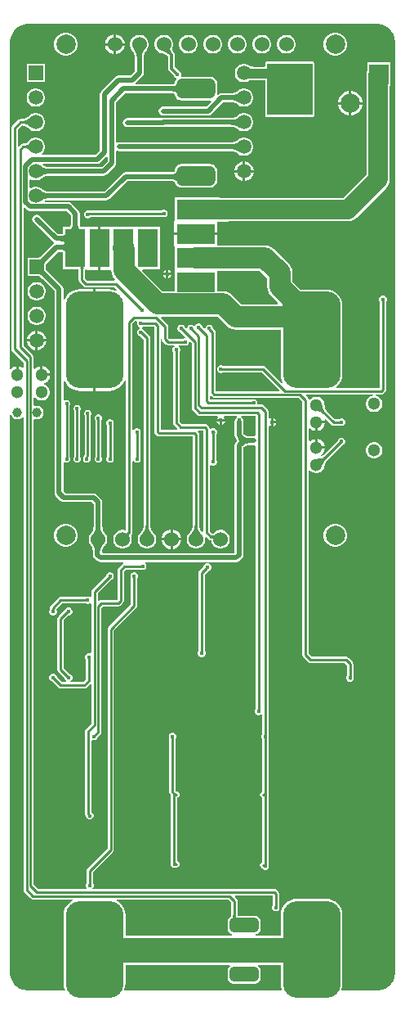
<source format=gbl>
G04*
G04 #@! TF.GenerationSoftware,Altium Limited,Altium Designer,22.11.1 (43)*
G04*
G04 Layer_Physical_Order=2*
G04 Layer_Color=16711680*
%FSLAX44Y44*%
%MOMM*%
G71*
G04*
G04 #@! TF.SameCoordinates,BDB78580-9DC3-4381-8F3F-6093B5378177*
G04*
G04*
G04 #@! TF.FilePolarity,Positive*
G04*
G01*
G75*
%ADD11C,0.5000*%
%ADD13C,0.2540*%
%ADD50C,0.3000*%
%ADD52C,1.5240*%
%ADD54C,1.3000*%
%ADD55C,2.0000*%
%ADD56R,2.0000X2.0000*%
%ADD57R,2.0000X2.0000*%
%ADD58C,1.5000*%
%ADD59R,1.5000X1.5000*%
%ADD60C,1.0000*%
G04:AMPARAMS|DCode=61|XSize=1.5mm|YSize=3mm|CornerRadius=0.375mm|HoleSize=0mm|Usage=FLASHONLY|Rotation=270.000|XOffset=0mm|YOffset=0mm|HoleType=Round|Shape=RoundedRectangle|*
%AMROUNDEDRECTD61*
21,1,1.5000,2.2500,0,0,270.0*
21,1,0.7500,3.0000,0,0,270.0*
1,1,0.7500,-1.1250,-0.3750*
1,1,0.7500,-1.1250,0.3750*
1,1,0.7500,1.1250,0.3750*
1,1,0.7500,1.1250,-0.3750*
%
%ADD61ROUNDEDRECTD61*%
%ADD64C,0.3810*%
%ADD65R,4.0000X2.1000*%
%ADD66R,2.1000X4.0000*%
%ADD67C,2.2000*%
%ADD68C,2.0000*%
%ADD69C,1.0000*%
%ADD70R,20.4000X2.6000*%
%ADD71R,4.7000X5.3000*%
G04:AMPARAMS|DCode=72|XSize=6mm|YSize=10mm|CornerRadius=1.5mm|HoleSize=0mm|Usage=FLASHONLY|Rotation=0.000|XOffset=0mm|YOffset=0mm|HoleType=Round|Shape=RoundedRectangle|*
%AMROUNDEDRECTD72*
21,1,6.0000,7.0000,0,0,0.0*
21,1,3.0000,10.0000,0,0,0.0*
1,1,3.0000,1.5000,-3.5000*
1,1,3.0000,-1.5000,-3.5000*
1,1,3.0000,-1.5000,3.5000*
1,1,3.0000,1.5000,3.5000*
%
%ADD72ROUNDEDRECTD72*%
G04:AMPARAMS|DCode=73|XSize=4mm|YSize=2mm|CornerRadius=0.5mm|HoleSize=0mm|Usage=FLASHONLY|Rotation=180.000|XOffset=0mm|YOffset=0mm|HoleType=Round|Shape=RoundedRectangle|*
%AMROUNDEDRECTD73*
21,1,4.0000,1.0000,0,0,180.0*
21,1,3.0000,2.0000,0,0,180.0*
1,1,1.0000,-1.5000,0.5000*
1,1,1.0000,1.5000,0.5000*
1,1,1.0000,1.5000,-0.5000*
1,1,1.0000,-1.5000,-0.5000*
%
%ADD73ROUNDEDRECTD73*%
G36*
X903474Y1412171D02*
X903356Y1411574D01*
X903340Y1410961D01*
X903425Y1410330D01*
X903612Y1409682D01*
X903899Y1409017D01*
X904288Y1408334D01*
X904777Y1407634D01*
X905368Y1406917D01*
X906061Y1406183D01*
X903939Y1404062D01*
X903122Y1404846D01*
X901525Y1406181D01*
X900746Y1406732D01*
X899979Y1407204D01*
X899224Y1407598D01*
X898482Y1407914D01*
X897753Y1408152D01*
X897036Y1408312D01*
X896332Y1408394D01*
X903692Y1412750D01*
X903474Y1412171D01*
D02*
G37*
G36*
X876196Y1409964D02*
X875714Y1409294D01*
X875289Y1408548D01*
X874920Y1407725D01*
X874609Y1406825D01*
X874353Y1405849D01*
X874155Y1404797D01*
X874013Y1403668D01*
X873928Y1402463D01*
X873900Y1401182D01*
X868900D01*
X868872Y1402463D01*
X868645Y1404797D01*
X868447Y1405849D01*
X868192Y1406825D01*
X867880Y1407725D01*
X867511Y1408548D01*
X867086Y1409294D01*
X866605Y1409964D01*
X866066Y1410558D01*
X876734D01*
X876196Y1409964D01*
D02*
G37*
G36*
X910018Y1365004D02*
X909943Y1365478D01*
X909717Y1365903D01*
X909340Y1366277D01*
X908813Y1366601D01*
X908135Y1366876D01*
X907307Y1367101D01*
X906328Y1367275D01*
X905199Y1367400D01*
X902488Y1367500D01*
Y1372500D01*
X903918Y1372525D01*
X906328Y1372725D01*
X907307Y1372899D01*
X908135Y1373124D01*
X908813Y1373399D01*
X909340Y1373723D01*
X909717Y1374097D01*
X909943Y1374522D01*
X910018Y1374996D01*
Y1365004D01*
D02*
G37*
G36*
X974644Y1355550D02*
X974067Y1356073D01*
X973413Y1356540D01*
X972682Y1356953D01*
X971876Y1357310D01*
X970992Y1357612D01*
X970033Y1357860D01*
X968997Y1358053D01*
X967884Y1358190D01*
X966695Y1358273D01*
X965429Y1358300D01*
Y1363300D01*
X966695Y1363327D01*
X968997Y1363548D01*
X970033Y1363740D01*
X970992Y1363987D01*
X971876Y1364290D01*
X972682Y1364648D01*
X973413Y1365060D01*
X974067Y1365527D01*
X974644Y1366050D01*
Y1355550D01*
D02*
G37*
G36*
X1122834Y1436231D02*
X1126473Y1434724D01*
X1129749Y1432535D01*
X1132535Y1429749D01*
X1134724Y1426474D01*
X1136231Y1422834D01*
X1137000Y1418970D01*
Y1417000D01*
Y457000D01*
Y455030D01*
X1136231Y451166D01*
X1134724Y447526D01*
X1132535Y444251D01*
X1129749Y441465D01*
X1126473Y439276D01*
X1122834Y437769D01*
X1118970Y437000D01*
X1081272D01*
X1080619Y438089D01*
X1080812Y438451D01*
X1081786Y441661D01*
X1082114Y445000D01*
Y515000D01*
X1081786Y518339D01*
X1080812Y521549D01*
X1079230Y524508D01*
X1077102Y527102D01*
X1074508Y529230D01*
X1071549Y530812D01*
X1068339Y531786D01*
X1065000Y532114D01*
X1035000D01*
X1031661Y531786D01*
X1028451Y530812D01*
X1025492Y529230D01*
X1022898Y527102D01*
X1020770Y524508D01*
X1019188Y521549D01*
X1018214Y518339D01*
X1017886Y515000D01*
Y494072D01*
X992316D01*
X992190Y495342D01*
X993506Y495603D01*
X995419Y496881D01*
X996696Y498794D01*
X997145Y501050D01*
Y508550D01*
X996696Y510806D01*
X995419Y512719D01*
X993506Y513997D01*
X991250Y514445D01*
X973457D01*
X973387Y515306D01*
Y529980D01*
X973130Y531268D01*
X972401Y532361D01*
X970571Y534190D01*
X971057Y535363D01*
X1009633D01*
Y525160D01*
X1009063Y523783D01*
Y522217D01*
X1009662Y520770D01*
X1010770Y519662D01*
X1012217Y519063D01*
X1013783D01*
X1015230Y519662D01*
X1016338Y520770D01*
X1016937Y522217D01*
Y523783D01*
X1016367Y525160D01*
Y537242D01*
X1016110Y538531D01*
X1015381Y539623D01*
X1013893Y541111D01*
X1012801Y541840D01*
X1011512Y542097D01*
X823460D01*
X822934Y543367D01*
X823338Y543770D01*
X823937Y545217D01*
Y546783D01*
X823367Y548160D01*
Y559809D01*
X844111Y580553D01*
X844840Y581646D01*
X845097Y582934D01*
Y809632D01*
X868381Y832915D01*
X869110Y834008D01*
X869367Y835296D01*
Y863840D01*
X869937Y865217D01*
Y866783D01*
X869338Y868230D01*
X868230Y869338D01*
X866783Y869937D01*
X865217D01*
X863770Y869338D01*
X862662Y868230D01*
X862063Y866783D01*
Y865217D01*
X862633Y863840D01*
Y836691D01*
X839349Y813407D01*
X838620Y812315D01*
X838363Y811026D01*
Y584328D01*
X817619Y563585D01*
X816890Y562492D01*
X816633Y561204D01*
Y548160D01*
X816063Y546783D01*
Y545217D01*
X816662Y543770D01*
X817066Y543367D01*
X816540Y542097D01*
X766665D01*
X762097Y546665D01*
Y1027183D01*
X763367Y1028158D01*
X764074Y1027968D01*
X765926D01*
X767714Y1028447D01*
X769318Y1029373D01*
X770627Y1030682D01*
X771553Y1032286D01*
X772032Y1034074D01*
Y1035926D01*
X771553Y1037714D01*
X770627Y1039318D01*
X769318Y1040627D01*
X767714Y1041553D01*
X765926Y1042032D01*
X764074D01*
X763367Y1041842D01*
X762097Y1042817D01*
Y1050293D01*
X763367Y1050567D01*
X764761Y1049173D01*
X766707Y1048049D01*
X768877Y1047468D01*
X771123D01*
X773293Y1048049D01*
X775239Y1049173D01*
X776827Y1050761D01*
X777951Y1052707D01*
X778532Y1054877D01*
Y1057123D01*
X777951Y1059293D01*
X776827Y1061239D01*
X775239Y1062827D01*
X773293Y1063951D01*
X772812Y1064080D01*
Y1065395D01*
X773489Y1065576D01*
X775551Y1066766D01*
X777234Y1068449D01*
X778424Y1070511D01*
X779019Y1072730D01*
X770000D01*
Y1074000D01*
X768730D01*
Y1083019D01*
X766511Y1082424D01*
X764449Y1081234D01*
X763367Y1080151D01*
X762097Y1080677D01*
Y1092270D01*
X761840Y1093558D01*
X761111Y1094651D01*
X751367Y1104395D01*
Y1246439D01*
X752540Y1246925D01*
X754704Y1244762D01*
X754704Y1244762D01*
X756203Y1243760D01*
X757971Y1243408D01*
X757971Y1243408D01*
X796057D01*
X800379Y1239086D01*
Y1231180D01*
X800332Y1229911D01*
X800223Y1228926D01*
X800077Y1228105D01*
X799908Y1227485D01*
X799745Y1227084D01*
X799714Y1227032D01*
X792468D01*
Y1220286D01*
X792416Y1220255D01*
X792015Y1220092D01*
X791395Y1219923D01*
X790602Y1219782D01*
X788664Y1219621D01*
X786914D01*
X768267Y1238267D01*
X766768Y1239269D01*
X765000Y1239621D01*
X763232Y1239269D01*
X761733Y1238267D01*
X760731Y1236768D01*
X760379Y1235000D01*
X760731Y1233232D01*
X761733Y1231733D01*
X761733Y1231732D01*
X781732Y1211733D01*
X781733Y1211733D01*
X782534Y1211197D01*
X782539Y1209672D01*
X781933Y1209267D01*
X781933Y1209267D01*
X771160Y1198494D01*
X769149Y1196718D01*
X768218Y1196006D01*
X767420Y1195477D01*
X767151Y1195332D01*
X755468D01*
Y1176268D01*
X765351D01*
X765398Y1176259D01*
X765445Y1176268D01*
X767127D01*
X767432Y1176106D01*
X768185Y1175609D01*
X771251Y1173014D01*
X783379Y1160886D01*
Y952000D01*
X783379Y952000D01*
X783731Y950232D01*
X784733Y948733D01*
X789733Y943733D01*
X791232Y942731D01*
X793000Y942379D01*
X793000Y942379D01*
X822086D01*
X823979Y940486D01*
Y917317D01*
X823924Y916534D01*
X823797Y915524D01*
X823624Y914605D01*
X823407Y913777D01*
X823152Y913039D01*
X822861Y912391D01*
X822540Y911826D01*
X822191Y911340D01*
X821731Y910834D01*
X821653Y910703D01*
X820876Y909927D01*
X819606Y907726D01*
X818948Y905271D01*
Y902729D01*
X819606Y900275D01*
X820876Y898074D01*
X821213Y897737D01*
X821222Y897719D01*
X821661Y897158D01*
X822003Y896616D01*
X822316Y896000D01*
X822596Y895304D01*
X822841Y894528D01*
X823047Y893670D01*
X823206Y892755D01*
X823379Y890847D01*
Y887929D01*
X823379Y887929D01*
X823731Y886161D01*
X824733Y884662D01*
X827662Y881733D01*
X827662Y881733D01*
X829161Y880731D01*
X830929Y880379D01*
X854581D01*
X854712Y879110D01*
X853619Y878381D01*
X849619Y874381D01*
X848890Y873288D01*
X848633Y872000D01*
Y841882D01*
X848118Y841367D01*
X832000D01*
X830712Y841110D01*
X829619Y840381D01*
X829540Y840301D01*
X828367Y840787D01*
Y848605D01*
X841853Y862092D01*
X843230Y862662D01*
X844338Y863770D01*
X844937Y865217D01*
Y866783D01*
X844338Y868230D01*
X843230Y869338D01*
X841783Y869937D01*
X840217D01*
X838770Y869338D01*
X837662Y868230D01*
X837092Y866853D01*
X822619Y852381D01*
X821890Y851288D01*
X821633Y850000D01*
Y844731D01*
X820363Y844204D01*
X820230Y844338D01*
X818783Y844937D01*
X817217D01*
X815840Y844367D01*
X790000D01*
X788712Y844110D01*
X787619Y843381D01*
X779619Y835381D01*
X778890Y834288D01*
X778633Y833000D01*
Y831160D01*
X778063Y829783D01*
Y828217D01*
X778662Y826770D01*
X779770Y825662D01*
X781217Y825063D01*
X782783D01*
X784230Y825662D01*
X785338Y826770D01*
X785937Y828217D01*
Y829783D01*
X785367Y831160D01*
Y831606D01*
X791395Y837633D01*
X815840D01*
X817217Y837063D01*
X818783D01*
X820230Y837662D01*
X820363Y837795D01*
X821633Y837270D01*
Y786545D01*
X820363Y785697D01*
X819783Y785937D01*
X818217D01*
X816770Y785338D01*
X815662Y784230D01*
X815063Y782783D01*
Y781217D01*
X815633Y779840D01*
Y758882D01*
X813118Y756367D01*
X800421D01*
X800168Y757637D01*
X800230Y757662D01*
X801338Y758770D01*
X801937Y760217D01*
Y761783D01*
X801338Y763230D01*
X800230Y764338D01*
X798853Y764908D01*
X793367Y770395D01*
Y820605D01*
X797824Y825063D01*
X798783D01*
X800230Y825662D01*
X801338Y826770D01*
X801937Y828217D01*
Y829783D01*
X801338Y831230D01*
X800770Y831798D01*
X800381Y832381D01*
X799288Y833110D01*
X798000Y833367D01*
X796712Y833110D01*
X795619Y832381D01*
X787619Y824381D01*
X786890Y823288D01*
X786633Y822000D01*
Y769000D01*
X786890Y767712D01*
X787619Y766619D01*
X794092Y760147D01*
X794662Y758770D01*
X795770Y757662D01*
X795832Y757637D01*
X795579Y756367D01*
X791395D01*
X785908Y761853D01*
X785338Y763230D01*
X784230Y764338D01*
X782783Y764937D01*
X781217D01*
X779770Y764338D01*
X778662Y763230D01*
X778063Y761783D01*
Y760217D01*
X778662Y758770D01*
X779770Y757662D01*
X781147Y757092D01*
X787619Y750619D01*
X788712Y749890D01*
X790000Y749633D01*
X814512D01*
X815800Y749890D01*
X816893Y750619D01*
X820363Y754090D01*
X821633Y753564D01*
Y713394D01*
X816349Y708111D01*
X815620Y707018D01*
X815363Y705730D01*
Y619270D01*
X815620Y617982D01*
X816063Y617318D01*
Y617217D01*
X816662Y615770D01*
X817770Y614662D01*
X819217Y614063D01*
X820783D01*
X822230Y614662D01*
X823338Y615770D01*
X823937Y617217D01*
Y618783D01*
X823338Y620230D01*
X822230Y621338D01*
X822097Y621393D01*
Y695384D01*
X823153Y696090D01*
X823217Y696063D01*
X824783D01*
X826230Y696662D01*
X827338Y697770D01*
X827908Y699147D01*
X830847Y702086D01*
X831577Y703179D01*
X831834Y704467D01*
Y833072D01*
X833394Y834633D01*
X849512D01*
X850800Y834890D01*
X851893Y835619D01*
X854381Y838107D01*
X855110Y839200D01*
X855367Y840488D01*
Y870605D01*
X857394Y872633D01*
X872840D01*
X874217Y872063D01*
X875783D01*
X877230Y872662D01*
X878338Y873770D01*
X878937Y875217D01*
Y876783D01*
X878338Y878230D01*
X877459Y879109D01*
X877732Y880183D01*
X877848Y880379D01*
X972071D01*
X972071Y880379D01*
X973839Y880731D01*
X975339Y881733D01*
X978267Y884661D01*
X978267Y884662D01*
X979269Y886161D01*
X979621Y887929D01*
Y999086D01*
X979703Y999168D01*
X980204Y999569D01*
X980849Y1000007D01*
X981512Y1000383D01*
X982195Y1000700D01*
X982903Y1000960D01*
X983638Y1001162D01*
X984403Y1001308D01*
X985042Y1001379D01*
X990000D01*
X990652Y1001509D01*
X991633Y1000703D01*
Y728160D01*
X991063Y726783D01*
Y725217D01*
X991662Y723770D01*
X992770Y722662D01*
X994217Y722063D01*
X995783D01*
X997230Y722662D01*
X997363Y722795D01*
X998633Y722270D01*
Y702160D01*
X998063Y700783D01*
Y699217D01*
X998662Y697770D01*
X998903Y697529D01*
Y643148D01*
X998712Y643110D01*
X997619Y642381D01*
X996890Y641288D01*
X996633Y640000D01*
X996890Y638712D01*
X997619Y637619D01*
X998712Y636890D01*
X998903Y636852D01*
Y570149D01*
X998712Y570110D01*
X997619Y569381D01*
X996890Y568288D01*
X996633Y567000D01*
X996890Y565712D01*
X997619Y564619D01*
X998619Y563619D01*
X999202Y563230D01*
X999770Y562662D01*
X1001217Y562063D01*
X1002783D01*
X1004230Y562662D01*
X1005338Y563770D01*
X1005937Y565217D01*
Y566783D01*
X1005637Y567508D01*
Y638492D01*
X1005937Y639217D01*
Y640783D01*
X1005637Y641508D01*
Y698492D01*
X1005937Y699217D01*
Y700783D01*
X1005367Y702160D01*
Y1020688D01*
X1006637Y1021168D01*
X1007730Y1020715D01*
Y1025000D01*
Y1029285D01*
X1006637Y1028832D01*
X1005367Y1029312D01*
Y1036000D01*
X1005110Y1037288D01*
X1004381Y1038381D01*
X1000381Y1042381D01*
X999288Y1043110D01*
X998000Y1043367D01*
X994505D01*
X993937Y1044217D01*
Y1045783D01*
X993338Y1047230D01*
X992230Y1048338D01*
X990783Y1048937D01*
X989217D01*
X987840Y1048367D01*
X944367D01*
Y1052076D01*
X945637Y1052602D01*
X946619Y1051619D01*
X947712Y1050890D01*
X949000Y1050633D01*
X1036606D01*
X1040633Y1046606D01*
Y784000D01*
X1040890Y782712D01*
X1041619Y781619D01*
X1046619Y776619D01*
X1047712Y775890D01*
X1049000Y775633D01*
X1084605D01*
X1086633Y773605D01*
Y763160D01*
X1086063Y761783D01*
Y760217D01*
X1086662Y758770D01*
X1087230Y758202D01*
X1087619Y757619D01*
X1088712Y756890D01*
X1090000Y756633D01*
X1091288Y756890D01*
X1092381Y757619D01*
X1092770Y758202D01*
X1093338Y758770D01*
X1093937Y760217D01*
Y761783D01*
X1093367Y763160D01*
Y775000D01*
X1093110Y776288D01*
X1092381Y777381D01*
X1088381Y781381D01*
X1087288Y782110D01*
X1086000Y782367D01*
X1050395D01*
X1047367Y785395D01*
Y974771D01*
X1048637Y975297D01*
X1049761Y974173D01*
X1051707Y973049D01*
X1053877Y972468D01*
X1056123D01*
X1058293Y973049D01*
X1060239Y974173D01*
X1061827Y975761D01*
X1062951Y977707D01*
X1063400Y979386D01*
X1063432Y979460D01*
X1063468Y979639D01*
X1063532Y979877D01*
Y979951D01*
X1063617Y980370D01*
X1063833Y981189D01*
X1064091Y981975D01*
X1064389Y982729D01*
X1064728Y983451D01*
X1065108Y984144D01*
X1065530Y984808D01*
X1065995Y985446D01*
X1066503Y986059D01*
X1066520Y986077D01*
X1081506Y1001063D01*
X1081783D01*
X1083230Y1001662D01*
X1084338Y1002770D01*
X1084937Y1004217D01*
Y1005783D01*
X1084338Y1007230D01*
X1083230Y1008338D01*
X1081783Y1008937D01*
X1080217D01*
X1078770Y1008338D01*
X1077662Y1007230D01*
X1077317Y1006397D01*
X1062173Y991253D01*
X1062035Y991124D01*
X1061410Y990624D01*
X1060797Y990212D01*
X1060197Y989884D01*
X1060117Y989850D01*
X1059886Y989916D01*
X1059719Y991286D01*
X1060551Y991766D01*
X1062234Y993449D01*
X1063424Y995511D01*
X1064019Y997730D01*
X1055000D01*
Y999000D01*
X1053730D01*
Y1008019D01*
X1051511Y1007424D01*
X1049449Y1006234D01*
X1048637Y1005421D01*
X1047367Y1005947D01*
Y1018053D01*
X1048637Y1018579D01*
X1049449Y1017766D01*
X1051511Y1016576D01*
X1053730Y1015981D01*
Y1025000D01*
X1055000D01*
Y1026270D01*
X1064019D01*
X1063596Y1027847D01*
X1064735Y1028504D01*
X1070619Y1022619D01*
X1071712Y1021890D01*
X1073000Y1021633D01*
X1078840D01*
X1080217Y1021063D01*
X1081783D01*
X1083230Y1021662D01*
X1084338Y1022770D01*
X1084937Y1024217D01*
Y1025783D01*
X1084338Y1027230D01*
X1083230Y1028338D01*
X1081783Y1028937D01*
X1080217D01*
X1078840Y1028367D01*
X1074395D01*
X1065980Y1036781D01*
X1065891Y1036877D01*
X1065383Y1037502D01*
X1064944Y1038133D01*
X1064569Y1038773D01*
X1064257Y1039423D01*
X1064005Y1040084D01*
X1063811Y1040760D01*
X1063675Y1041455D01*
X1063595Y1042172D01*
X1063571Y1042996D01*
X1063532Y1043164D01*
Y1044123D01*
X1062951Y1046293D01*
X1061827Y1048239D01*
X1060239Y1049827D01*
X1058293Y1050951D01*
X1056123Y1051532D01*
X1053877D01*
X1051707Y1050951D01*
X1049761Y1049827D01*
X1048541Y1048607D01*
X1047246Y1048904D01*
X1047177Y1048954D01*
X1047110Y1049288D01*
X1046381Y1050381D01*
X1044171Y1052590D01*
X1044657Y1053763D01*
X1113783D01*
X1113877Y1052532D01*
X1111707Y1051951D01*
X1109761Y1050827D01*
X1108173Y1049239D01*
X1107049Y1047293D01*
X1106468Y1045123D01*
Y1042877D01*
X1107049Y1040707D01*
X1108173Y1038761D01*
X1109761Y1037173D01*
X1111707Y1036049D01*
X1113877Y1035468D01*
X1116123D01*
X1118293Y1036049D01*
X1120239Y1037173D01*
X1121827Y1038761D01*
X1122951Y1040707D01*
X1123532Y1042877D01*
Y1045123D01*
X1122951Y1047293D01*
X1121827Y1049239D01*
X1120239Y1050827D01*
X1118293Y1051951D01*
X1116123Y1052532D01*
X1116217Y1053763D01*
X1122130D01*
X1123418Y1054019D01*
X1124511Y1054749D01*
X1126381Y1056619D01*
X1127110Y1057712D01*
X1127367Y1059000D01*
Y1149840D01*
X1127937Y1151217D01*
Y1152783D01*
X1127338Y1154230D01*
X1126230Y1155338D01*
X1124783Y1155937D01*
X1123217D01*
X1121770Y1155338D01*
X1120662Y1154230D01*
X1120063Y1152783D01*
Y1151217D01*
X1120633Y1149840D01*
Y1060497D01*
X1076177D01*
X1075723Y1061767D01*
X1077102Y1062898D01*
X1079230Y1065492D01*
X1080812Y1068451D01*
X1081786Y1071661D01*
X1082114Y1075000D01*
Y1145000D01*
X1081786Y1148339D01*
X1080812Y1151549D01*
X1079230Y1154508D01*
X1077102Y1157102D01*
X1074508Y1159230D01*
X1071549Y1160812D01*
X1068339Y1161786D01*
X1065000Y1162114D01*
X1038639D01*
X1030262Y1170492D01*
Y1179444D01*
X1029814Y1182846D01*
X1028501Y1186016D01*
X1026412Y1188738D01*
X1010856Y1204295D01*
X1008133Y1206383D01*
X1004963Y1207697D01*
X1001561Y1208144D01*
X952540D01*
Y1218730D01*
X907460D01*
Y1206960D01*
X907968D01*
Y1182468D01*
Y1160414D01*
X895704D01*
X874324Y1181795D01*
X874810Y1182968D01*
X892532D01*
Y1227032D01*
X843040D01*
Y1227540D01*
X831270D01*
Y1205000D01*
Y1182460D01*
X842355D01*
Y1182029D01*
X842803Y1178627D01*
X844117Y1175457D01*
X846206Y1172735D01*
X846304Y1172637D01*
X845778Y1171367D01*
X817395D01*
X815420Y1173341D01*
Y1181860D01*
X815442Y1182451D01*
X815489Y1182884D01*
X815504Y1182968D01*
X816960D01*
Y1182460D01*
X828730D01*
Y1205000D01*
Y1227540D01*
X816960D01*
Y1227032D01*
X810286D01*
X810255Y1227084D01*
X810092Y1227485D01*
X809923Y1228105D01*
X809782Y1228898D01*
X809621Y1230835D01*
Y1241000D01*
X809269Y1242768D01*
X808267Y1244267D01*
X808267Y1244268D01*
X801238Y1251296D01*
X799739Y1252298D01*
X797971Y1252650D01*
X797971Y1252650D01*
X773603D01*
X773391Y1253920D01*
X773703Y1254026D01*
X774516Y1254236D01*
X775392Y1254399D01*
X777279Y1254579D01*
X837200D01*
X837200Y1254579D01*
X838968Y1254931D01*
X840467Y1255933D01*
X858914Y1274379D01*
X903799D01*
X905085Y1274333D01*
X906090Y1274223D01*
X906928Y1274076D01*
X907566Y1273906D01*
X907984Y1273739D01*
X908081Y1273681D01*
X908149Y1273164D01*
X908858Y1271454D01*
X909985Y1269985D01*
X911454Y1268858D01*
X913164Y1268149D01*
X915000Y1267907D01*
X945000D01*
X946836Y1268149D01*
X948546Y1268858D01*
X950015Y1269985D01*
X951142Y1271454D01*
X951851Y1273164D01*
X952093Y1275000D01*
Y1285000D01*
X951851Y1286836D01*
X951142Y1288546D01*
X950015Y1290015D01*
X948546Y1291142D01*
X946836Y1291851D01*
X945000Y1292093D01*
X915000D01*
X913164Y1291851D01*
X911454Y1291142D01*
X909985Y1290015D01*
X908858Y1288546D01*
X908149Y1286836D01*
X907907Y1285000D01*
Y1284266D01*
X907887Y1284254D01*
X907488Y1284092D01*
X906869Y1283923D01*
X906074Y1283782D01*
X904129Y1283621D01*
X857000D01*
X857000Y1283621D01*
X855232Y1283269D01*
X853733Y1282267D01*
X835286Y1263821D01*
X777167D01*
X776415Y1263873D01*
X775420Y1263996D01*
X774516Y1264164D01*
X773703Y1264374D01*
X772981Y1264621D01*
X772349Y1264901D01*
X771803Y1265210D01*
X771335Y1265544D01*
X770846Y1265986D01*
X770716Y1266064D01*
X769953Y1266827D01*
X767779Y1268082D01*
X765355Y1268732D01*
X762845D01*
X760421Y1268082D01*
X758891Y1267199D01*
X757621Y1267932D01*
Y1275868D01*
X758891Y1276601D01*
X760421Y1275718D01*
X762845Y1275068D01*
X765355D01*
X767779Y1275718D01*
X769953Y1276973D01*
X770716Y1277736D01*
X770846Y1277814D01*
X771335Y1278257D01*
X771802Y1278590D01*
X772349Y1278899D01*
X772981Y1279179D01*
X773703Y1279426D01*
X774516Y1279636D01*
X775392Y1279799D01*
X777279Y1279979D01*
X834671D01*
X834671Y1279979D01*
X836439Y1280331D01*
X837938Y1281333D01*
X846267Y1289662D01*
X846267Y1289662D01*
X847269Y1291161D01*
X847621Y1292929D01*
X847621Y1292929D01*
Y1305280D01*
X848891Y1305959D01*
X849232Y1305731D01*
X851000Y1305379D01*
X966933D01*
X967685Y1305327D01*
X968680Y1305204D01*
X969584Y1305036D01*
X970397Y1304826D01*
X971119Y1304579D01*
X971751Y1304299D01*
X972298Y1303990D01*
X972765Y1303656D01*
X973254Y1303214D01*
X973383Y1303136D01*
X974147Y1302372D01*
X976321Y1301118D01*
X978745Y1300468D01*
X981255D01*
X983679Y1301118D01*
X985853Y1302372D01*
X987627Y1304147D01*
X988882Y1306321D01*
X989532Y1308745D01*
Y1311255D01*
X988882Y1313679D01*
X987627Y1315853D01*
X985853Y1317628D01*
X983679Y1318882D01*
X981255Y1319532D01*
X978745D01*
X976321Y1318882D01*
X974147Y1317628D01*
X973383Y1316864D01*
X973254Y1316786D01*
X972765Y1316344D01*
X972298Y1316010D01*
X971751Y1315701D01*
X971119Y1315421D01*
X970397Y1315174D01*
X969584Y1314964D01*
X968708Y1314801D01*
X966821Y1314621D01*
X851000D01*
X849232Y1314269D01*
X848891Y1314041D01*
X847621Y1314720D01*
Y1356086D01*
X856914Y1365379D01*
X903780D01*
X905046Y1365332D01*
X906032Y1365224D01*
X906853Y1365077D01*
X907473Y1364909D01*
X907875Y1364746D01*
X907947Y1364702D01*
X908149Y1363164D01*
X908858Y1361454D01*
X909985Y1359985D01*
X911454Y1358858D01*
X913164Y1358149D01*
X915000Y1357907D01*
X945000D01*
X945664Y1357995D01*
X946257Y1356792D01*
X941086Y1351621D01*
X896000D01*
X894232Y1351269D01*
X892733Y1350267D01*
X891731Y1348768D01*
X891379Y1347000D01*
X891731Y1345232D01*
X892733Y1343733D01*
X894232Y1342731D01*
X896000Y1342379D01*
X943000D01*
X943000Y1342379D01*
X944768Y1342731D01*
X946267Y1343733D01*
X958714Y1356179D01*
X966933D01*
X967685Y1356127D01*
X968680Y1356004D01*
X969584Y1355836D01*
X970397Y1355626D01*
X971119Y1355379D01*
X971751Y1355099D01*
X972298Y1354790D01*
X972765Y1354456D01*
X973254Y1354014D01*
X973383Y1353936D01*
X974147Y1353172D01*
X976321Y1351918D01*
X978745Y1351268D01*
X981255D01*
X983679Y1351918D01*
X985853Y1353172D01*
X987627Y1354947D01*
X988882Y1357121D01*
X989532Y1359545D01*
Y1362055D01*
X988882Y1364479D01*
X987627Y1366653D01*
X985853Y1368427D01*
X983679Y1369682D01*
X981255Y1370332D01*
X978745D01*
X976321Y1369682D01*
X974147Y1368427D01*
X973383Y1367664D01*
X973254Y1367586D01*
X972765Y1367144D01*
X972298Y1366810D01*
X971751Y1366501D01*
X971119Y1366221D01*
X970397Y1365974D01*
X969584Y1365764D01*
X968708Y1365601D01*
X966821Y1365421D01*
X956800D01*
X956800Y1365421D01*
X955032Y1365069D01*
X953533Y1364067D01*
X953532Y1364067D01*
X953208Y1363743D01*
X952005Y1364336D01*
X952093Y1365000D01*
Y1375000D01*
X951851Y1376836D01*
X951142Y1378546D01*
X950015Y1380015D01*
X948546Y1381142D01*
X946836Y1381851D01*
X945000Y1382093D01*
X915327D01*
X915312Y1382103D01*
X914728Y1382856D01*
X914564Y1383316D01*
X914937Y1384217D01*
Y1385783D01*
X914338Y1387230D01*
X913230Y1388338D01*
X912419Y1388673D01*
X908601Y1392492D01*
Y1405123D01*
X908327Y1406501D01*
X907546Y1407669D01*
X906906Y1408310D01*
X906428Y1408889D01*
X906040Y1409443D01*
X905756Y1409943D01*
X905566Y1410382D01*
X905458Y1410757D01*
X905416Y1411073D01*
X905423Y1411346D01*
X905473Y1411601D01*
X905600Y1411939D01*
X905794Y1412274D01*
X906452Y1414729D01*
Y1417271D01*
X905794Y1419725D01*
X904523Y1421926D01*
X902727Y1423723D01*
X900526Y1424994D01*
X898071Y1425652D01*
X895529D01*
X893074Y1424994D01*
X890874Y1423723D01*
X889077Y1421926D01*
X887806Y1419725D01*
X887148Y1417271D01*
Y1414729D01*
X887806Y1412274D01*
X889077Y1410074D01*
X890874Y1408277D01*
X893074Y1407006D01*
X895529Y1406348D01*
X896057D01*
X896092Y1406337D01*
X896690Y1406267D01*
X897205Y1406152D01*
X897753Y1405973D01*
X898337Y1405724D01*
X898955Y1405401D01*
X899604Y1405001D01*
X900261Y1404538D01*
X901399Y1403587D01*
Y1391000D01*
X901673Y1389622D01*
X902454Y1388454D01*
X907327Y1383581D01*
X907662Y1382770D01*
X908770Y1381662D01*
X909598Y1381319D01*
X909834Y1380524D01*
X909888Y1379890D01*
X908858Y1378546D01*
X908149Y1376836D01*
X907947Y1375298D01*
X907875Y1375254D01*
X907473Y1375091D01*
X906853Y1374923D01*
X906060Y1374781D01*
X904123Y1374621D01*
X867961D01*
X867610Y1375247D01*
X867497Y1375891D01*
X874667Y1383062D01*
X875669Y1384561D01*
X876021Y1386329D01*
X876021Y1386329D01*
Y1402683D01*
X876076Y1403466D01*
X876203Y1404476D01*
X876376Y1405395D01*
X876593Y1406223D01*
X876848Y1406961D01*
X877139Y1407610D01*
X877460Y1408174D01*
X877809Y1408660D01*
X878269Y1409167D01*
X878347Y1409297D01*
X879124Y1410074D01*
X880394Y1412274D01*
X881052Y1414729D01*
Y1417271D01*
X880394Y1419725D01*
X879124Y1421926D01*
X877327Y1423723D01*
X875126Y1424994D01*
X872671Y1425652D01*
X870129D01*
X867674Y1424994D01*
X865474Y1423723D01*
X863677Y1421926D01*
X862406Y1419725D01*
X861748Y1417271D01*
Y1414729D01*
X862406Y1412274D01*
X863677Y1410074D01*
X864453Y1409297D01*
X864531Y1409167D01*
X864991Y1408660D01*
X865340Y1408174D01*
X865661Y1407610D01*
X865952Y1406961D01*
X866208Y1406223D01*
X866424Y1405395D01*
X866592Y1404504D01*
X866779Y1402575D01*
Y1388243D01*
X862157Y1383621D01*
X850000D01*
X850000Y1383621D01*
X848232Y1383269D01*
X846733Y1382267D01*
X846733Y1382267D01*
X831733Y1367267D01*
X830731Y1365768D01*
X830379Y1364000D01*
X830379Y1364000D01*
Y1305914D01*
X826086Y1301621D01*
X770997D01*
X770471Y1302891D01*
X771728Y1304147D01*
X772982Y1306321D01*
X773632Y1308745D01*
Y1311255D01*
X772982Y1313679D01*
X771728Y1315853D01*
X769953Y1317628D01*
X767779Y1318882D01*
X765355Y1319532D01*
X762845D01*
X760421Y1318882D01*
X758247Y1317628D01*
X756472Y1315853D01*
X756089Y1315189D01*
X756020Y1315124D01*
X755745Y1314739D01*
X755515Y1314497D01*
X755231Y1314270D01*
X754880Y1314057D01*
X754452Y1313861D01*
X753938Y1313687D01*
X753335Y1313542D01*
X752643Y1313434D01*
X751873Y1313367D01*
X751000D01*
X749712Y1313110D01*
X748619Y1312381D01*
X746637Y1310398D01*
X745367Y1310924D01*
Y1327605D01*
X749794Y1332033D01*
X749865D01*
X750166Y1332023D01*
X751083Y1331921D01*
X751961Y1331753D01*
X752803Y1331520D01*
X753611Y1331221D01*
X754390Y1330857D01*
X755142Y1330425D01*
X755871Y1329923D01*
X756578Y1329348D01*
X757318Y1328647D01*
X757467Y1328553D01*
X758247Y1327773D01*
X760421Y1326518D01*
X762845Y1325868D01*
X765355D01*
X767779Y1326518D01*
X769953Y1327773D01*
X771728Y1329547D01*
X772982Y1331721D01*
X773632Y1334145D01*
Y1336655D01*
X772982Y1339079D01*
X771728Y1341253D01*
X769953Y1343027D01*
X767779Y1344282D01*
X765355Y1344932D01*
X762845D01*
X760421Y1344282D01*
X758247Y1343027D01*
X757467Y1342247D01*
X757318Y1342153D01*
X756578Y1341452D01*
X755871Y1340877D01*
X755142Y1340375D01*
X754390Y1339943D01*
X753611Y1339579D01*
X752803Y1339280D01*
X751961Y1339047D01*
X751083Y1338879D01*
X750166Y1338777D01*
X749865Y1338767D01*
X748400D01*
X747112Y1338510D01*
X746019Y1337781D01*
X739619Y1331381D01*
X738890Y1330288D01*
X738633Y1329000D01*
Y1101000D01*
X738890Y1099712D01*
X739619Y1098619D01*
X751633Y1086606D01*
Y1081750D01*
X750363Y1081342D01*
X748489Y1082424D01*
X746270Y1083019D01*
Y1074000D01*
X743730D01*
Y1083019D01*
X741511Y1082424D01*
X739449Y1081234D01*
X738270Y1080054D01*
X737000Y1080581D01*
Y1417000D01*
Y1418970D01*
X737769Y1422834D01*
X739276Y1426474D01*
X741465Y1429749D01*
X744251Y1432535D01*
X747526Y1434724D01*
X751166Y1436231D01*
X755030Y1437000D01*
X1118970D01*
X1122834Y1436231D01*
D02*
G37*
G36*
X758744Y1330150D02*
X757946Y1330906D01*
X757114Y1331583D01*
X756247Y1332180D01*
X755346Y1332697D01*
X754409Y1333135D01*
X753438Y1333493D01*
X752433Y1333772D01*
X751393Y1333971D01*
X750318Y1334090D01*
X749208Y1334130D01*
Y1336670D01*
X750318Y1336710D01*
X751393Y1336829D01*
X752433Y1337028D01*
X753438Y1337307D01*
X754409Y1337665D01*
X755346Y1338103D01*
X756247Y1338620D01*
X757114Y1339217D01*
X757946Y1339894D01*
X758744Y1340650D01*
Y1330150D01*
D02*
G37*
G36*
X757706Y1306080D02*
X757346Y1306584D01*
X756918Y1307034D01*
X756420Y1307431D01*
X755853Y1307776D01*
X755217Y1308067D01*
X754512Y1308306D01*
X753738Y1308492D01*
X752894Y1308624D01*
X751982Y1308703D01*
X751000Y1308730D01*
Y1311270D01*
X751982Y1311297D01*
X752894Y1311376D01*
X753738Y1311508D01*
X754512Y1311694D01*
X755217Y1311933D01*
X755853Y1312224D01*
X756420Y1312569D01*
X756918Y1312966D01*
X757346Y1313416D01*
X757706Y1313920D01*
Y1306080D01*
D02*
G37*
G36*
X974644Y1304750D02*
X974067Y1305273D01*
X973413Y1305740D01*
X972682Y1306152D01*
X971876Y1306510D01*
X970992Y1306812D01*
X970033Y1307060D01*
X968997Y1307253D01*
X967884Y1307390D01*
X966695Y1307473D01*
X965429Y1307500D01*
Y1312500D01*
X966695Y1312527D01*
X968997Y1312747D01*
X970033Y1312940D01*
X970992Y1313188D01*
X971876Y1313490D01*
X972682Y1313848D01*
X973413Y1314260D01*
X974067Y1314727D01*
X974644Y1315250D01*
Y1304750D01*
D02*
G37*
G36*
X838379Y1299048D02*
Y1294843D01*
X832757Y1289221D01*
X777167D01*
X776415Y1289273D01*
X775420Y1289396D01*
X774516Y1289564D01*
X773703Y1289774D01*
X772981Y1290021D01*
X772349Y1290301D01*
X771803Y1290609D01*
X771335Y1290943D01*
X771152Y1291109D01*
X771533Y1292313D01*
X771597Y1292379D01*
X828000D01*
X828000Y1292379D01*
X829768Y1292731D01*
X831267Y1293733D01*
X837109Y1299574D01*
X838379Y1299048D01*
D02*
G37*
G36*
X770033Y1289328D02*
X770687Y1288860D01*
X771417Y1288448D01*
X772224Y1288090D01*
X773108Y1287787D01*
X774067Y1287540D01*
X775104Y1287348D01*
X776216Y1287210D01*
X777405Y1287128D01*
X778671Y1287100D01*
Y1282100D01*
X777405Y1282072D01*
X775104Y1281853D01*
X774067Y1281660D01*
X773108Y1281413D01*
X772224Y1281110D01*
X771417Y1280753D01*
X770687Y1280340D01*
X770033Y1279873D01*
X769456Y1279350D01*
Y1289850D01*
X770033Y1289328D01*
D02*
G37*
G36*
X910150Y1274004D02*
X910067Y1274478D01*
X909833Y1274903D01*
X909446Y1275277D01*
X908908Y1275601D01*
X908218Y1275876D01*
X907375Y1276101D01*
X906381Y1276275D01*
X905235Y1276400D01*
X902488Y1276500D01*
Y1281500D01*
X903924Y1281525D01*
X906342Y1281725D01*
X907323Y1281900D01*
X908152Y1282125D01*
X908829Y1282400D01*
X909354Y1282725D01*
X909727Y1283100D01*
X909949Y1283525D01*
X910018Y1284000D01*
X910150Y1274004D01*
D02*
G37*
G36*
X770033Y1263928D02*
X770687Y1263460D01*
X771417Y1263047D01*
X772224Y1262690D01*
X773108Y1262387D01*
X774067Y1262140D01*
X775104Y1261947D01*
X776216Y1261810D01*
X777405Y1261728D01*
X778671Y1261700D01*
Y1256700D01*
X777405Y1256673D01*
X775104Y1256452D01*
X774067Y1256260D01*
X773108Y1256012D01*
X772224Y1255710D01*
X771417Y1255352D01*
X770687Y1254940D01*
X770033Y1254473D01*
X769456Y1253950D01*
Y1264450D01*
X770033Y1263928D01*
D02*
G37*
G36*
X807525Y1231039D02*
X807725Y1228629D01*
X807900Y1227650D01*
X808125Y1226822D01*
X808400Y1226144D01*
X808725Y1225617D01*
X809100Y1225240D01*
X809525Y1225014D01*
X810000Y1224939D01*
X800000D01*
X800475Y1225014D01*
X800900Y1225240D01*
X801275Y1225617D01*
X801600Y1226144D01*
X801875Y1226822D01*
X802100Y1227650D01*
X802275Y1228629D01*
X802400Y1229759D01*
X802500Y1232469D01*
X807500D01*
X807525Y1231039D01*
D02*
G37*
G36*
X794561Y1210000D02*
Y1201000D01*
X794486Y1201475D01*
X794260Y1201900D01*
X793883Y1202275D01*
X793356Y1202600D01*
X792678Y1202875D01*
X791850Y1203100D01*
X790871Y1203275D01*
X789741Y1203400D01*
X787030Y1203500D01*
Y1208500D01*
X788461Y1208525D01*
X790871Y1208725D01*
X791850Y1208900D01*
X792678Y1209125D01*
X793356Y1209400D01*
X793883Y1209725D01*
X794260Y1210100D01*
X794472Y1210500D01*
X794260Y1210900D01*
X793883Y1211275D01*
X793356Y1211600D01*
X792678Y1211875D01*
X791850Y1212100D01*
X790871Y1212275D01*
X789741Y1212400D01*
X787030Y1212500D01*
Y1217500D01*
X788461Y1217525D01*
X790871Y1217725D01*
X791850Y1217900D01*
X792678Y1218125D01*
X793356Y1218400D01*
X793883Y1218725D01*
X794260Y1219100D01*
X794486Y1219525D01*
X794561Y1220000D01*
Y1210000D01*
D02*
G37*
G36*
X777773Y1195037D02*
X776444Y1193673D01*
X773518Y1190222D01*
X772896Y1189284D01*
X772451Y1188454D01*
X772183Y1187730D01*
X772092Y1187113D01*
X772177Y1186602D01*
X772439Y1186198D01*
X765398Y1193239D01*
X765802Y1192977D01*
X766313Y1192892D01*
X766930Y1192983D01*
X767654Y1193251D01*
X768484Y1193696D01*
X769422Y1194318D01*
X770465Y1195117D01*
X772873Y1197244D01*
X774237Y1198573D01*
X777773Y1195037D01*
D02*
G37*
G36*
X813727Y1196036D02*
X813643Y1195805D01*
X813568Y1195485D01*
X813503Y1195078D01*
X813403Y1194001D01*
X813328Y1191727D01*
X813323Y1190793D01*
X810783D01*
X810778Y1191727D01*
X810539Y1195485D01*
X810464Y1195805D01*
X810379Y1196036D01*
X810284Y1196180D01*
X813822D01*
X813727Y1196036D01*
D02*
G37*
G36*
X814352Y1185023D02*
X814136Y1184907D01*
X813946Y1184715D01*
X813781Y1184446D01*
X813641Y1184101D01*
X813527Y1183678D01*
X813438Y1183179D01*
X813374Y1182603D01*
X813323Y1181220D01*
X810783D01*
X810771Y1181950D01*
X810669Y1183179D01*
X810580Y1183678D01*
X810466Y1184101D01*
X810326Y1184446D01*
X810161Y1184715D01*
X809970Y1184907D01*
X809755Y1185023D01*
X809513Y1185061D01*
X814593D01*
X814352Y1185023D01*
D02*
G37*
G36*
X772204Y1184995D02*
X772116Y1184482D01*
X772204Y1183864D01*
X772469Y1183139D01*
X772911Y1182308D01*
X773530Y1181371D01*
X774326Y1180328D01*
X776447Y1177924D01*
X777773Y1176563D01*
X774237Y1173027D01*
X772876Y1174353D01*
X769429Y1177270D01*
X768492Y1177889D01*
X767661Y1178331D01*
X766936Y1178596D01*
X766318Y1178684D01*
X765805Y1178596D01*
X765398Y1178331D01*
X772469Y1185402D01*
X772204Y1184995D01*
D02*
G37*
G36*
X789589Y1201332D02*
X790574Y1201223D01*
X791395Y1201077D01*
X792015Y1200908D01*
X792416Y1200745D01*
X792468Y1200714D01*
Y1182968D01*
X808602D01*
X808612Y1182912D01*
X808687Y1182012D01*
Y1171947D01*
X808943Y1170658D01*
X809673Y1169566D01*
X813619Y1165619D01*
X814712Y1164890D01*
X816000Y1164633D01*
X845605D01*
X848400Y1161838D01*
X847636Y1160807D01*
X846745Y1161283D01*
X843438Y1162286D01*
X840000Y1162625D01*
X826270D01*
Y1110000D01*
Y1057375D01*
X840000D01*
X843438Y1057714D01*
X846745Y1058717D01*
X849792Y1060346D01*
X852463Y1062537D01*
X854654Y1065208D01*
X856283Y1068255D01*
X856363Y1068519D01*
X857633Y1068331D01*
Y914062D01*
X856626Y913289D01*
X855271Y913652D01*
X852729D01*
X850274Y912994D01*
X848074Y911723D01*
X846276Y909927D01*
X845006Y907726D01*
X844348Y905271D01*
Y902729D01*
X845006Y900275D01*
X846276Y898074D01*
X848074Y896276D01*
X850274Y895006D01*
X852729Y894348D01*
X855271D01*
X857726Y895006D01*
X859926Y896276D01*
X861723Y898074D01*
X862994Y900275D01*
X863652Y902729D01*
Y905271D01*
X862994Y907726D01*
X862790Y908080D01*
X862860Y908159D01*
X863381Y908680D01*
X864110Y909772D01*
X864367Y911060D01*
Y984579D01*
X865637Y984832D01*
X865662Y984770D01*
X866770Y983662D01*
X868217Y983063D01*
X869783D01*
X871230Y983662D01*
X872338Y984770D01*
X872937Y986217D01*
Y987783D01*
X872367Y989160D01*
Y1012840D01*
X872937Y1014217D01*
Y1015783D01*
X872338Y1017230D01*
X871230Y1018338D01*
X869783Y1018937D01*
X868217D01*
X866770Y1018338D01*
X865662Y1017230D01*
X865637Y1017168D01*
X864367Y1017421D01*
Y1127118D01*
X866882Y1129633D01*
X868455D01*
X869303Y1128363D01*
X869063Y1127783D01*
Y1126217D01*
X869662Y1124770D01*
X870770Y1123662D01*
X872043Y1123135D01*
X872103Y1122724D01*
Y1122276D01*
X872043Y1121865D01*
X870770Y1121338D01*
X869662Y1120230D01*
X869063Y1118783D01*
Y1117217D01*
X869662Y1115770D01*
X870770Y1114662D01*
X872217Y1114063D01*
X872763D01*
X876033Y1110792D01*
Y918482D01*
X876022Y918162D01*
X875918Y917231D01*
X875746Y916339D01*
X875507Y915482D01*
X875202Y914658D01*
X874828Y913863D01*
X874386Y913094D01*
X873871Y912349D01*
X873281Y911625D01*
X872563Y910868D01*
X872469Y910719D01*
X871676Y909927D01*
X870406Y907726D01*
X869748Y905271D01*
Y902729D01*
X870406Y900275D01*
X871676Y898074D01*
X873474Y896276D01*
X875674Y895006D01*
X878129Y894348D01*
X880671D01*
X883126Y895006D01*
X885326Y896276D01*
X887123Y898074D01*
X888394Y900275D01*
X889052Y902729D01*
Y905271D01*
X888394Y907726D01*
X887123Y909927D01*
X886331Y910719D01*
X886237Y910868D01*
X885519Y911625D01*
X884929Y912349D01*
X884414Y913094D01*
X883972Y913863D01*
X883598Y914658D01*
X883293Y915482D01*
X883054Y916338D01*
X882882Y917231D01*
X882778Y918162D01*
X882767Y918482D01*
Y1112187D01*
X882510Y1113475D01*
X881781Y1114567D01*
X876493Y1119855D01*
X876338Y1120230D01*
X875230Y1121338D01*
X873957Y1121865D01*
X873897Y1122276D01*
Y1122724D01*
X873957Y1123135D01*
X875160Y1123633D01*
X886606D01*
X886633Y1123605D01*
Y1015488D01*
X886890Y1014200D01*
X887619Y1013107D01*
X889107Y1011619D01*
X890200Y1010890D01*
X891488Y1010633D01*
X926833D01*
Y918482D01*
X926822Y918162D01*
X926718Y917231D01*
X926546Y916339D01*
X926307Y915482D01*
X926002Y914658D01*
X925628Y913863D01*
X925185Y913094D01*
X924671Y912349D01*
X924081Y911625D01*
X923363Y910868D01*
X923270Y910719D01*
X922477Y909927D01*
X921206Y907726D01*
X920548Y905271D01*
Y902729D01*
X921206Y900275D01*
X922477Y898074D01*
X924274Y896276D01*
X926474Y895006D01*
X928929Y894348D01*
X931471D01*
X933925Y895006D01*
X936126Y896276D01*
X937924Y898074D01*
X939194Y900275D01*
X939852Y902729D01*
Y905271D01*
X939735Y905708D01*
X940873Y906365D01*
X943189Y904049D01*
X944282Y903320D01*
X945570Y903063D01*
X945948D01*
Y902729D01*
X946606Y900275D01*
X947877Y898074D01*
X949673Y896276D01*
X951874Y895006D01*
X954329Y894348D01*
X956871D01*
X959325Y895006D01*
X961526Y896276D01*
X963324Y898074D01*
X964594Y900275D01*
X965252Y902729D01*
Y905271D01*
X964594Y907726D01*
X963324Y909927D01*
X961526Y911723D01*
X959325Y912994D01*
X956871Y913652D01*
X954329D01*
X951874Y912994D01*
X949673Y911723D01*
X947877Y909927D01*
X946693Y910068D01*
X944367Y912394D01*
Y980269D01*
X945637Y980796D01*
X945770Y980662D01*
X947217Y980063D01*
X948783D01*
X950230Y980662D01*
X951338Y981770D01*
X951937Y983217D01*
Y984783D01*
X951367Y986160D01*
Y1012606D01*
X951381Y1012619D01*
X952110Y1013712D01*
X952367Y1015000D01*
X952110Y1016288D01*
X951381Y1017381D01*
X950798Y1017770D01*
X950230Y1018338D01*
X948783Y1018937D01*
X947217D01*
X945770Y1018338D01*
X945637Y1018204D01*
X944846Y1018396D01*
X944330Y1018694D01*
X944110Y1019800D01*
X943381Y1020893D01*
X941893Y1022381D01*
X940800Y1023110D01*
X939512Y1023367D01*
X915882D01*
X913367Y1025882D01*
Y1097840D01*
X913937Y1099217D01*
Y1100783D01*
X913338Y1102230D01*
X912230Y1103338D01*
X912168Y1103363D01*
X912421Y1104633D01*
X916840D01*
X918217Y1104063D01*
X919783D01*
X921230Y1104662D01*
X922338Y1105770D01*
X922937Y1107217D01*
Y1107506D01*
X924207Y1108032D01*
X925633Y1106606D01*
Y1040000D01*
X925890Y1038712D01*
X926619Y1037619D01*
X931619Y1032619D01*
X932712Y1031890D01*
X934000Y1031633D01*
X952551D01*
X953077Y1030363D01*
X952232Y1029518D01*
X951715Y1028270D01*
X960285D01*
X959768Y1029518D01*
X958923Y1030363D01*
X959449Y1031633D01*
X972579D01*
X972832Y1030363D01*
X972770Y1030338D01*
X971662Y1029230D01*
X971615Y1029116D01*
X970731Y1027793D01*
X970379Y1026024D01*
Y1011000D01*
X970379Y1011000D01*
X970731Y1009232D01*
X971733Y1007733D01*
X972232Y1007234D01*
X972482Y1006876D01*
X972657Y1006526D01*
X972742Y1006242D01*
X972766Y1006000D01*
X972742Y1005758D01*
X972657Y1005474D01*
X972482Y1005124D01*
X972232Y1004766D01*
X971733Y1004267D01*
X970731Y1002768D01*
X970379Y1001000D01*
X970379Y1001000D01*
Y889843D01*
X970157Y889621D01*
X833507D01*
X832646Y890809D01*
X832681Y891283D01*
X832814Y892278D01*
X832994Y893174D01*
X833218Y893970D01*
X833480Y894667D01*
X833775Y895267D01*
X834097Y895777D01*
X834446Y896205D01*
X834513Y896268D01*
X834526Y896276D01*
X834639Y896389D01*
X834919Y896656D01*
X834949Y896700D01*
X836323Y898074D01*
X837594Y900275D01*
X838252Y902729D01*
Y905271D01*
X837594Y907726D01*
X836323Y909927D01*
X835547Y910703D01*
X835469Y910834D01*
X835009Y911340D01*
X834660Y911826D01*
X834339Y912390D01*
X834048Y913039D01*
X833792Y913777D01*
X833576Y914605D01*
X833408Y915496D01*
X833221Y917425D01*
Y942400D01*
X833221Y942400D01*
X832869Y944168D01*
X831867Y945667D01*
X827267Y950267D01*
X825768Y951269D01*
X824000Y951621D01*
X824000Y951621D01*
X794914D01*
X792621Y953914D01*
Y983015D01*
X793302Y983399D01*
X793891Y983612D01*
X795217Y983063D01*
X796783D01*
X798230Y983662D01*
X799338Y984770D01*
X799937Y986217D01*
Y987783D01*
X799367Y989160D01*
Y1041840D01*
X799937Y1043217D01*
Y1044783D01*
X799338Y1046230D01*
X798230Y1047338D01*
X796783Y1047937D01*
X795217D01*
X793891Y1047388D01*
X793302Y1047601D01*
X792621Y1047985D01*
Y1067611D01*
X793891Y1067930D01*
X795346Y1065208D01*
X797537Y1062537D01*
X800208Y1060346D01*
X803255Y1058717D01*
X806562Y1057714D01*
X810000Y1057375D01*
X823730D01*
Y1110000D01*
Y1162625D01*
X810000D01*
X806562Y1162286D01*
X803255Y1161283D01*
X800208Y1159655D01*
X797537Y1157463D01*
X795346Y1154792D01*
X793891Y1152070D01*
X792621Y1152389D01*
Y1162800D01*
X792269Y1164568D01*
X791267Y1166067D01*
X791267Y1166067D01*
X777703Y1179632D01*
X775928Y1181643D01*
X775220Y1182572D01*
X774694Y1183368D01*
X774532Y1183673D01*
Y1185355D01*
X774541Y1185402D01*
X774532Y1185449D01*
Y1187951D01*
X774677Y1188220D01*
X775177Y1188975D01*
X777779Y1192044D01*
X787114Y1201379D01*
X788320D01*
X789589Y1201332D01*
D02*
G37*
G36*
X1003973Y1173999D02*
Y1165047D01*
X1004421Y1161645D01*
X1005734Y1158475D01*
X1007823Y1155753D01*
X1015258Y1148318D01*
X1014772Y1147144D01*
X977095D01*
X967675Y1156564D01*
X964953Y1158653D01*
X961783Y1159967D01*
X958381Y1160414D01*
X952032D01*
Y1181855D01*
X996117D01*
X1003973Y1173999D01*
D02*
G37*
G36*
X962356Y1124706D02*
X965078Y1122617D01*
X968249Y1121303D01*
X971650Y1120855D01*
X1017886D01*
Y1075000D01*
X1018214Y1071661D01*
X1019188Y1068451D01*
X1020430Y1066127D01*
X1019399Y1065362D01*
X1002381Y1082381D01*
X1001288Y1083110D01*
X1000000Y1083367D01*
X958160D01*
X956783Y1083937D01*
X955217D01*
X953770Y1083338D01*
X952662Y1082230D01*
X952063Y1080783D01*
Y1079217D01*
X952662Y1077770D01*
X953770Y1076662D01*
X955217Y1076063D01*
X956783D01*
X958160Y1076633D01*
X998605D01*
X1016699Y1058540D01*
X1016213Y1057367D01*
X950395D01*
X950367Y1057394D01*
Y1118226D01*
X950110Y1119514D01*
X949381Y1120607D01*
X947937Y1122050D01*
Y1122783D01*
X947338Y1124230D01*
X946230Y1125338D01*
X944783Y1125937D01*
X943217D01*
X941770Y1125338D01*
X940662Y1124230D01*
X940063Y1122783D01*
Y1122494D01*
X938793Y1121968D01*
X936908Y1123853D01*
X936338Y1125230D01*
X935230Y1126338D01*
X933783Y1126937D01*
X932217D01*
X930770Y1126338D01*
X929662Y1125230D01*
X929467Y1124760D01*
X929232Y1124650D01*
X928009Y1124558D01*
X927230Y1125338D01*
X925783Y1125937D01*
X924217D01*
X922770Y1125338D01*
X921662Y1124230D01*
X921063Y1122783D01*
Y1122494D01*
X919793Y1121968D01*
X918908Y1122853D01*
X918338Y1124230D01*
X917230Y1125338D01*
X915783Y1125937D01*
X914217D01*
X912770Y1125338D01*
X911662Y1124230D01*
X911063Y1122783D01*
Y1121217D01*
X911662Y1119770D01*
X912770Y1118662D01*
X914147Y1118092D01*
X919032Y1113207D01*
X918506Y1111937D01*
X918217D01*
X916840Y1111367D01*
X902394D01*
X901367Y1112394D01*
Y1124000D01*
X901110Y1125288D01*
X900381Y1126381D01*
X893809Y1132952D01*
X894295Y1134126D01*
X952936D01*
X962356Y1124706D01*
D02*
G37*
G36*
X1061526Y1042027D02*
X1061625Y1041140D01*
X1061796Y1040273D01*
X1062038Y1039428D01*
X1062352Y1038604D01*
X1062738Y1037800D01*
X1063196Y1037017D01*
X1063726Y1036255D01*
X1064328Y1035514D01*
X1065002Y1034794D01*
X1063206Y1032998D01*
X1062486Y1033672D01*
X1061745Y1034274D01*
X1060983Y1034804D01*
X1060200Y1035262D01*
X1059397Y1035648D01*
X1058572Y1035962D01*
X1057727Y1036204D01*
X1056860Y1036375D01*
X1055973Y1036474D01*
X1055065Y1036500D01*
X1061500Y1042935D01*
X1061526Y1042027D01*
D02*
G37*
G36*
X894890Y1109712D02*
X895619Y1108619D01*
X898619Y1105619D01*
X899712Y1104890D01*
X901000Y1104633D01*
X907579D01*
X907832Y1103363D01*
X907770Y1103338D01*
X907202Y1102770D01*
X906619Y1102381D01*
X905890Y1101288D01*
X905633Y1100000D01*
X905890Y1098712D01*
X906619Y1097619D01*
X906633Y1097606D01*
Y1024488D01*
X906890Y1023199D01*
X907619Y1022107D01*
X911090Y1018637D01*
X910564Y1017367D01*
X893367D01*
Y1110992D01*
X894633Y1111000D01*
X894890Y1109712D01*
D02*
G37*
G36*
X991633Y1011297D02*
X990652Y1010491D01*
X990000Y1010621D01*
X985042D01*
X984403Y1010692D01*
X983637Y1010838D01*
X982903Y1011040D01*
X982195Y1011300D01*
X981512Y1011617D01*
X980849Y1011993D01*
X980204Y1012431D01*
X979702Y1012832D01*
X979621Y1012914D01*
Y1026024D01*
X979269Y1027793D01*
X978385Y1029116D01*
X978338Y1029230D01*
X977230Y1030338D01*
X977168Y1030363D01*
X977421Y1031633D01*
X991633D01*
Y1011297D01*
D02*
G37*
G36*
X978222Y1011364D02*
X978973Y1010763D01*
X979753Y1010232D01*
X980563Y1009773D01*
X981402Y1009384D01*
X982270Y1009066D01*
X983167Y1008818D01*
X984094Y1008641D01*
X985050Y1008535D01*
X986036Y1008500D01*
Y1003500D01*
X985050Y1003465D01*
X984094Y1003359D01*
X983167Y1003182D01*
X982270Y1002934D01*
X981402Y1002616D01*
X980563Y1002227D01*
X979753Y1001768D01*
X978973Y1001237D01*
X978222Y1000636D01*
X977500Y999965D01*
X973232Y1002768D01*
X973814Y1003414D01*
X974267Y1004061D01*
X974590Y1004707D01*
X974784Y1005353D01*
X974848Y1006000D01*
X974784Y1006646D01*
X974590Y1007293D01*
X974267Y1007939D01*
X973814Y1008586D01*
X973232Y1009232D01*
X977500Y1012036D01*
X978222Y1011364D01*
D02*
G37*
G36*
X1065590Y988112D02*
X1064949Y987431D01*
X1064358Y986719D01*
X1063817Y985974D01*
X1063324Y985198D01*
X1062881Y984390D01*
X1062486Y983551D01*
X1062141Y982680D01*
X1061846Y981776D01*
X1061599Y980842D01*
X1061402Y979875D01*
X1056253Y987378D01*
X1057086Y987259D01*
X1057908Y987230D01*
X1058721Y987291D01*
X1059524Y987443D01*
X1060318Y987684D01*
X1061101Y988017D01*
X1061874Y988439D01*
X1062638Y988952D01*
X1063391Y989556D01*
X1064135Y990249D01*
X1065590Y988112D01*
D02*
G37*
G36*
X937633Y912084D02*
X936363Y911578D01*
X936319Y911625D01*
X935729Y912349D01*
X935214Y913094D01*
X934772Y913863D01*
X934398Y914658D01*
X934093Y915482D01*
X933854Y916338D01*
X933682Y917231D01*
X933578Y918162D01*
X933567Y918482D01*
Y1012200D01*
X933310Y1013488D01*
X932581Y1014581D01*
X931798Y1015363D01*
X932324Y1016633D01*
X937633D01*
Y912084D01*
D02*
G37*
G36*
X861898Y910162D02*
X861576Y909835D01*
X860668Y908806D01*
X860536Y908619D01*
X860443Y908460D01*
X860387Y908329D01*
X860370Y908226D01*
X860390Y908150D01*
X858079Y910436D01*
X858154Y910417D01*
X858258Y910435D01*
X858390Y910492D01*
X858550Y910587D01*
X858738Y910720D01*
X858954Y910891D01*
X859472Y911348D01*
X860102Y911958D01*
X861898Y910162D01*
D02*
G37*
G36*
X931511Y918009D02*
X931633Y916919D01*
X931836Y915864D01*
X932120Y914843D01*
X932486Y913856D01*
X932933Y912905D01*
X933461Y911987D01*
X934071Y911104D01*
X934762Y910256D01*
X935534Y909442D01*
X924866D01*
X925638Y910256D01*
X926329Y911104D01*
X926939Y911987D01*
X927467Y912905D01*
X927914Y913856D01*
X928280Y914843D01*
X928564Y915864D01*
X928767Y916919D01*
X928889Y918009D01*
X928930Y919133D01*
X931470D01*
X931511Y918009D01*
D02*
G37*
G36*
X880711D02*
X880833Y916919D01*
X881036Y915864D01*
X881320Y914843D01*
X881686Y913856D01*
X882133Y912905D01*
X882661Y911987D01*
X883271Y911104D01*
X883962Y910256D01*
X884734Y909442D01*
X874066D01*
X874838Y910256D01*
X875529Y911104D01*
X876139Y911987D01*
X876667Y912905D01*
X877114Y913856D01*
X877480Y914843D01*
X877764Y915864D01*
X877967Y916919D01*
X878089Y918009D01*
X878130Y919133D01*
X880670D01*
X880711Y918009D01*
D02*
G37*
G36*
X831128Y917537D02*
X831355Y915203D01*
X831553Y914151D01*
X831808Y913175D01*
X832120Y912275D01*
X832489Y911452D01*
X832914Y910706D01*
X833395Y910035D01*
X833934Y909442D01*
X823266D01*
X823804Y910035D01*
X824286Y910706D01*
X824711Y911452D01*
X825080Y912275D01*
X825391Y913175D01*
X825647Y914151D01*
X825845Y915203D01*
X825987Y916332D01*
X826072Y917537D01*
X826100Y918818D01*
X831100D01*
X831128Y917537D01*
D02*
G37*
G36*
X947995Y904485D02*
X947979Y904613D01*
X947912Y904728D01*
X947795Y904829D01*
X947628Y904917D01*
X947411Y904991D01*
X947143Y905052D01*
X946825Y905099D01*
X946457Y905133D01*
X945570Y905160D01*
Y907700D01*
X946208Y907705D01*
X948160Y907828D01*
X948498Y907884D01*
X948776Y907950D01*
X948994Y908027D01*
X949151Y908114D01*
X949249Y908211D01*
X947995Y904485D01*
D02*
G37*
G36*
X833489Y898155D02*
X832921Y897614D01*
X832413Y896989D01*
X831965Y896281D01*
X831576Y895490D01*
X831247Y894616D01*
X830978Y893660D01*
X830769Y892619D01*
X830620Y891496D01*
X830530Y890290D01*
X830500Y889001D01*
X825500Y889419D01*
X825473Y890692D01*
X825262Y893027D01*
X825077Y894090D01*
X824838Y895082D01*
X824548Y896005D01*
X824203Y896857D01*
X823807Y897640D01*
X823357Y898353D01*
X822854Y898995D01*
X833489Y898155D01*
D02*
G37*
G36*
X971303Y515371D02*
X971404Y514127D01*
X971493Y513624D01*
X971608Y513200D01*
X971747Y512856D01*
X971912Y512590D01*
X972103Y512405D01*
X972319Y512298D01*
X972560Y512271D01*
X967492Y512022D01*
X967731Y512074D01*
X967945Y512205D01*
X968133Y512416D01*
X968297Y512706D01*
X968435Y513075D01*
X968549Y513524D01*
X968637Y514052D01*
X968700Y514659D01*
X968750Y516112D01*
X971290D01*
X971303Y515371D01*
D02*
G37*
G36*
X966653Y528586D02*
Y515429D01*
X966632Y514802D01*
X966583Y514329D01*
X966528Y514003D01*
X966494Y513997D01*
X964581Y512719D01*
X963304Y510806D01*
X962855Y508550D01*
Y501050D01*
X963304Y498794D01*
X964581Y496881D01*
X966494Y495603D01*
X967810Y495342D01*
X967684Y494072D01*
X857114D01*
Y515000D01*
X856786Y518339D01*
X855812Y521549D01*
X854230Y524508D01*
X852102Y527102D01*
X849508Y529230D01*
X847388Y530363D01*
X847706Y531633D01*
X963605D01*
X966653Y528586D01*
D02*
G37*
G36*
X1020015Y477460D02*
X1019976Y477701D01*
X1019861Y477917D01*
X1019669Y478108D01*
X1019400Y478273D01*
X1019055Y478413D01*
X1018632Y478527D01*
X1018133Y478616D01*
X1017557Y478679D01*
X1016174Y478730D01*
Y481270D01*
X1016904Y481283D01*
X1018133Y481384D01*
X1018632Y481473D01*
X1019055Y481587D01*
X1019400Y481727D01*
X1019669Y481892D01*
X1019861Y482083D01*
X1019976Y482299D01*
X1020015Y482540D01*
Y477460D01*
D02*
G37*
G36*
X855024Y482299D02*
X855139Y482083D01*
X855331Y481892D01*
X855600Y481727D01*
X855945Y481587D01*
X856368Y481473D01*
X856867Y481384D01*
X857443Y481321D01*
X858826Y481270D01*
Y478730D01*
X858096Y478717D01*
X856867Y478616D01*
X856368Y478527D01*
X855945Y478413D01*
X855600Y478273D01*
X855331Y478108D01*
X855139Y477917D01*
X855024Y477701D01*
X854985Y477460D01*
Y482540D01*
X855024Y482299D01*
D02*
G37*
G36*
X1017886Y445000D02*
X1018214Y441661D01*
X1019188Y438451D01*
X1019381Y438089D01*
X1018728Y437000D01*
X856272D01*
X855619Y438089D01*
X855812Y438451D01*
X856786Y441661D01*
X857114Y445000D01*
Y463928D01*
X965303D01*
X965688Y462658D01*
X964581Y461919D01*
X963304Y460006D01*
X962855Y457750D01*
Y450250D01*
X963304Y447994D01*
X964581Y446081D01*
X966494Y444804D01*
X968750Y444355D01*
X991250D01*
X993506Y444804D01*
X995419Y446081D01*
X996696Y447994D01*
X997145Y450250D01*
Y457750D01*
X996696Y460006D01*
X995419Y461919D01*
X994312Y462658D01*
X994697Y463928D01*
X1017886D01*
Y445000D01*
D02*
G37*
G36*
X738447Y1032286D02*
X739373Y1030682D01*
X740682Y1029373D01*
X742286Y1028447D01*
X744074Y1027968D01*
X745926D01*
X747714Y1028447D01*
X749318Y1029373D01*
X750363Y1030419D01*
X751461Y1030096D01*
X751633Y1029976D01*
Y541000D01*
X751890Y539712D01*
X752619Y538619D01*
X758619Y532619D01*
X759712Y531890D01*
X761000Y531633D01*
X802294D01*
X802612Y530363D01*
X800492Y529230D01*
X797898Y527102D01*
X795770Y524508D01*
X794188Y521549D01*
X793214Y518339D01*
X792886Y515000D01*
Y445000D01*
X793214Y441661D01*
X794188Y438451D01*
X794381Y438089D01*
X793728Y437000D01*
X755030D01*
X751166Y437769D01*
X747526Y439276D01*
X744251Y441465D01*
X741465Y444251D01*
X739276Y447526D01*
X737769Y451166D01*
X737000Y455030D01*
Y457000D01*
Y1032780D01*
X738270Y1032947D01*
X738447Y1032286D01*
D02*
G37*
%LPC*%
G36*
X847338Y1426160D02*
X847270D01*
Y1417270D01*
X856160D01*
Y1417338D01*
X855468Y1419922D01*
X854130Y1422238D01*
X852238Y1424130D01*
X849922Y1425468D01*
X847338Y1426160D01*
D02*
G37*
G36*
X844730D02*
X844662D01*
X842078Y1425468D01*
X839762Y1424130D01*
X837870Y1422238D01*
X836532Y1419922D01*
X835840Y1417338D01*
Y1417270D01*
X844730D01*
Y1426160D01*
D02*
G37*
G36*
X1025071Y1425652D02*
X1022529D01*
X1020074Y1424994D01*
X1017874Y1423723D01*
X1016077Y1421926D01*
X1014806Y1419725D01*
X1014148Y1417271D01*
Y1414729D01*
X1014806Y1412274D01*
X1016077Y1410074D01*
X1017874Y1408277D01*
X1020074Y1407006D01*
X1022529Y1406348D01*
X1025071D01*
X1027526Y1407006D01*
X1029726Y1408277D01*
X1031524Y1410074D01*
X1032794Y1412274D01*
X1033452Y1414729D01*
Y1417271D01*
X1032794Y1419725D01*
X1031524Y1421926D01*
X1029726Y1423723D01*
X1027526Y1424994D01*
X1025071Y1425652D01*
D02*
G37*
G36*
X999671D02*
X997129D01*
X994675Y1424994D01*
X992474Y1423723D01*
X990676Y1421926D01*
X989406Y1419725D01*
X988748Y1417271D01*
Y1414729D01*
X989406Y1412274D01*
X990676Y1410074D01*
X992474Y1408277D01*
X994675Y1407006D01*
X997129Y1406348D01*
X999671D01*
X1002126Y1407006D01*
X1004326Y1408277D01*
X1006124Y1410074D01*
X1007394Y1412274D01*
X1008052Y1414729D01*
Y1417271D01*
X1007394Y1419725D01*
X1006124Y1421926D01*
X1004326Y1423723D01*
X1002126Y1424994D01*
X999671Y1425652D01*
D02*
G37*
G36*
X974271D02*
X971729D01*
X969275Y1424994D01*
X967074Y1423723D01*
X965276Y1421926D01*
X964006Y1419725D01*
X963348Y1417271D01*
Y1414729D01*
X964006Y1412274D01*
X965276Y1410074D01*
X967074Y1408277D01*
X969275Y1407006D01*
X971729Y1406348D01*
X974271D01*
X976726Y1407006D01*
X978926Y1408277D01*
X980723Y1410074D01*
X981994Y1412274D01*
X982652Y1414729D01*
Y1417271D01*
X981994Y1419725D01*
X980723Y1421926D01*
X978926Y1423723D01*
X976726Y1424994D01*
X974271Y1425652D01*
D02*
G37*
G36*
X948871D02*
X946329D01*
X943875Y1424994D01*
X941674Y1423723D01*
X939876Y1421926D01*
X938606Y1419725D01*
X937948Y1417271D01*
Y1414729D01*
X938606Y1412274D01*
X939876Y1410074D01*
X941674Y1408277D01*
X943875Y1407006D01*
X946329Y1406348D01*
X948871D01*
X951326Y1407006D01*
X953527Y1408277D01*
X955323Y1410074D01*
X956594Y1412274D01*
X957252Y1414729D01*
Y1417271D01*
X956594Y1419725D01*
X955323Y1421926D01*
X953527Y1423723D01*
X951326Y1424994D01*
X948871Y1425652D01*
D02*
G37*
G36*
X923471D02*
X920929D01*
X918475Y1424994D01*
X916274Y1423723D01*
X914476Y1421926D01*
X913206Y1419725D01*
X912548Y1417271D01*
Y1414729D01*
X913206Y1412274D01*
X914476Y1410074D01*
X916274Y1408277D01*
X918475Y1407006D01*
X920929Y1406348D01*
X923471D01*
X925926Y1407006D01*
X928127Y1408277D01*
X929923Y1410074D01*
X931194Y1412274D01*
X931852Y1414729D01*
Y1417271D01*
X931194Y1419725D01*
X929923Y1421926D01*
X928127Y1423723D01*
X925926Y1424994D01*
X923471Y1425652D01*
D02*
G37*
G36*
X856160Y1414730D02*
X847270D01*
Y1405840D01*
X847338D01*
X849922Y1406532D01*
X852238Y1407870D01*
X854130Y1409762D01*
X855468Y1412078D01*
X856160Y1414662D01*
Y1414730D01*
D02*
G37*
G36*
X844730D02*
X835840D01*
Y1414662D01*
X836532Y1412078D01*
X837870Y1409762D01*
X839762Y1407870D01*
X842078Y1406532D01*
X844662Y1405840D01*
X844730D01*
Y1414730D01*
D02*
G37*
G36*
X1076184Y1428032D02*
X1073016D01*
X1069956Y1427212D01*
X1067212Y1425628D01*
X1064972Y1423388D01*
X1063388Y1420644D01*
X1062568Y1417584D01*
Y1414416D01*
X1063388Y1411356D01*
X1064972Y1408612D01*
X1067212Y1406372D01*
X1069956Y1404788D01*
X1073016Y1403968D01*
X1076184D01*
X1079244Y1404788D01*
X1081988Y1406372D01*
X1084228Y1408612D01*
X1085812Y1411356D01*
X1086632Y1414416D01*
Y1417584D01*
X1085812Y1420644D01*
X1084228Y1423388D01*
X1081988Y1425628D01*
X1079244Y1427212D01*
X1076184Y1428032D01*
D02*
G37*
G36*
X796784D02*
X793616D01*
X790556Y1427212D01*
X787812Y1425628D01*
X785572Y1423388D01*
X783988Y1420644D01*
X783168Y1417584D01*
Y1414416D01*
X783988Y1411356D01*
X785572Y1408612D01*
X787812Y1406372D01*
X790556Y1404788D01*
X793616Y1403968D01*
X796784D01*
X799844Y1404788D01*
X802588Y1406372D01*
X804828Y1408612D01*
X806412Y1411356D01*
X807232Y1414416D01*
Y1417584D01*
X806412Y1420644D01*
X804828Y1423388D01*
X802588Y1425628D01*
X799844Y1427212D01*
X796784Y1428032D01*
D02*
G37*
G36*
X1051000Y1398072D02*
X1004000D01*
X1003207Y1397914D01*
X1002535Y1397465D01*
X1002086Y1396793D01*
X1001928Y1396000D01*
Y1392798D01*
X1000512Y1392693D01*
X991434D01*
X987983Y1392771D01*
X986830Y1392859D01*
X986820Y1392860D01*
X985853Y1393828D01*
X983679Y1395082D01*
X981255Y1395732D01*
X978745D01*
X976321Y1395082D01*
X974147Y1393828D01*
X972373Y1392053D01*
X971118Y1389879D01*
X970468Y1387455D01*
Y1384945D01*
X971118Y1382521D01*
X972373Y1380347D01*
X974147Y1378573D01*
X976321Y1377318D01*
X978745Y1376668D01*
X981255D01*
X983679Y1377318D01*
X985680Y1378473D01*
X989936Y1378507D01*
X998844D01*
X1001417Y1378444D01*
X1001928Y1378398D01*
Y1343000D01*
X1002086Y1342207D01*
X1002535Y1341535D01*
X1003207Y1341086D01*
X1004000Y1340928D01*
X1051000D01*
X1051793Y1341086D01*
X1052465Y1341535D01*
X1052914Y1342207D01*
X1053072Y1343000D01*
Y1396000D01*
X1052914Y1396793D01*
X1052465Y1397465D01*
X1051793Y1397914D01*
X1051000Y1398072D01*
D02*
G37*
G36*
X773632Y1395732D02*
X754568D01*
Y1376668D01*
X773632D01*
Y1395732D01*
D02*
G37*
G36*
X1091651Y1367540D02*
X1091270D01*
Y1356270D01*
X1102540D01*
Y1356651D01*
X1101685Y1359840D01*
X1100034Y1362700D01*
X1097700Y1365034D01*
X1094840Y1366685D01*
X1091651Y1367540D01*
D02*
G37*
G36*
X1088730D02*
X1088349D01*
X1085160Y1366685D01*
X1082300Y1365034D01*
X1079966Y1362700D01*
X1078315Y1359840D01*
X1077460Y1356651D01*
Y1356270D01*
X1088730D01*
Y1367540D01*
D02*
G37*
G36*
X765355Y1370332D02*
X762845D01*
X760421Y1369682D01*
X758247Y1368427D01*
X756472Y1366653D01*
X755218Y1364479D01*
X754568Y1362055D01*
Y1359545D01*
X755218Y1357121D01*
X756472Y1354947D01*
X758247Y1353172D01*
X760421Y1351918D01*
X762845Y1351268D01*
X765355D01*
X767779Y1351918D01*
X769953Y1353172D01*
X771728Y1354947D01*
X772982Y1357121D01*
X773632Y1359545D01*
Y1362055D01*
X772982Y1364479D01*
X771728Y1366653D01*
X769953Y1368427D01*
X767779Y1369682D01*
X765355Y1370332D01*
D02*
G37*
G36*
X1102540Y1353730D02*
X1091270D01*
Y1342460D01*
X1091651D01*
X1094840Y1343315D01*
X1097700Y1344966D01*
X1100034Y1347300D01*
X1101685Y1350160D01*
X1102540Y1353349D01*
Y1353730D01*
D02*
G37*
G36*
X1088730D02*
X1077460D01*
Y1353349D01*
X1078315Y1350160D01*
X1079966Y1347300D01*
X1082300Y1344966D01*
X1085160Y1343315D01*
X1088349Y1342460D01*
X1088730D01*
Y1353730D01*
D02*
G37*
G36*
X981255Y1344932D02*
X978745D01*
X976321Y1344282D01*
X974147Y1343027D01*
X973210Y1342090D01*
X973078Y1342007D01*
X972607Y1341559D01*
X972159Y1341225D01*
X971630Y1340915D01*
X971014Y1340633D01*
X970306Y1340383D01*
X969503Y1340170D01*
X968636Y1340005D01*
X966743Y1339821D01*
X896200D01*
X896200Y1339821D01*
X895194Y1339621D01*
X859000D01*
X857232Y1339269D01*
X855733Y1338267D01*
X854731Y1336768D01*
X854379Y1335000D01*
X854731Y1333232D01*
X855733Y1331733D01*
X857232Y1330731D01*
X859000Y1330379D01*
X896000D01*
X896000Y1330379D01*
X897005Y1330579D01*
X966574D01*
X967784Y1330526D01*
X968760Y1330408D01*
X969671Y1330243D01*
X970495Y1330037D01*
X971230Y1329792D01*
X971877Y1329515D01*
X972441Y1329209D01*
X972927Y1328876D01*
X973434Y1328439D01*
X973541Y1328378D01*
X974147Y1327773D01*
X976321Y1326518D01*
X978745Y1325868D01*
X981255D01*
X983679Y1326518D01*
X985853Y1327773D01*
X987627Y1329547D01*
X988882Y1331721D01*
X989532Y1334145D01*
Y1336655D01*
X988882Y1339079D01*
X987627Y1341253D01*
X985853Y1343027D01*
X983679Y1344282D01*
X981255Y1344932D01*
D02*
G37*
G36*
X981322Y1294640D02*
X981270D01*
Y1285870D01*
X990040D01*
Y1285922D01*
X989356Y1288475D01*
X988034Y1290765D01*
X986165Y1292634D01*
X983875Y1293956D01*
X981322Y1294640D01*
D02*
G37*
G36*
X978730D02*
X978678D01*
X976125Y1293956D01*
X973835Y1292634D01*
X971966Y1290765D01*
X970644Y1288475D01*
X969960Y1285922D01*
Y1285870D01*
X978730D01*
Y1294640D01*
D02*
G37*
G36*
X990040Y1283330D02*
X981270D01*
Y1274560D01*
X981322D01*
X983875Y1275244D01*
X986165Y1276566D01*
X988034Y1278435D01*
X989356Y1280725D01*
X990040Y1283278D01*
Y1283330D01*
D02*
G37*
G36*
X978730D02*
X969960D01*
Y1283278D01*
X970644Y1280725D01*
X971966Y1278435D01*
X973835Y1276566D01*
X976125Y1275244D01*
X978678Y1274560D01*
X978730D01*
Y1283330D01*
D02*
G37*
G36*
X1132032Y1397032D02*
X1107968D01*
Y1388808D01*
X1107278Y1387141D01*
X1106864Y1384000D01*
Y1281027D01*
X1082973Y1257136D01*
X967701D01*
X957505Y1257189D01*
X952032Y1257348D01*
Y1257532D01*
X950016D01*
X949969Y1257541D01*
X949923Y1257532D01*
X907968D01*
Y1233040D01*
X907460D01*
Y1221270D01*
X952540D01*
Y1232499D01*
X975894Y1232864D01*
X1088000D01*
X1091141Y1233278D01*
X1092353Y1233780D01*
X1094068Y1234490D01*
X1096581Y1236419D01*
X1127581Y1267419D01*
X1129510Y1269932D01*
X1130220Y1271647D01*
X1130722Y1272859D01*
X1131136Y1276000D01*
Y1372968D01*
X1132032D01*
Y1397032D01*
D02*
G37*
G36*
X897783Y1244937D02*
X896217D01*
X894770Y1244338D01*
X894299Y1243867D01*
X818953D01*
X818783Y1243937D01*
X817217D01*
X815770Y1243338D01*
X814662Y1242230D01*
X814063Y1240783D01*
Y1239217D01*
X814662Y1237770D01*
X815770Y1236662D01*
X817217Y1236063D01*
X818783D01*
X820230Y1236662D01*
X820701Y1237133D01*
X896047D01*
X896217Y1237063D01*
X897783D01*
X899230Y1237662D01*
X900338Y1238770D01*
X900937Y1240217D01*
Y1241783D01*
X900338Y1243230D01*
X899230Y1244338D01*
X897783Y1244937D01*
D02*
G37*
G36*
X901705Y1182720D02*
Y1179705D01*
X904720D01*
X904203Y1180953D01*
X902953Y1182203D01*
X901705Y1182720D01*
D02*
G37*
G36*
X899165D02*
X897917Y1182203D01*
X896667Y1180953D01*
X896150Y1179705D01*
X899165D01*
Y1182720D01*
D02*
G37*
G36*
X904720Y1177165D02*
X901705D01*
Y1174150D01*
X902953Y1174667D01*
X904203Y1175917D01*
X904720Y1177165D01*
D02*
G37*
G36*
X899165D02*
X896150D01*
X896667Y1175917D01*
X897917Y1174667D01*
X899165Y1174150D01*
Y1177165D01*
D02*
G37*
G36*
X766255Y1169932D02*
X763745D01*
X761321Y1169282D01*
X759147Y1168027D01*
X757373Y1166253D01*
X756118Y1164079D01*
X755468Y1161655D01*
Y1159145D01*
X756118Y1156721D01*
X757373Y1154547D01*
X759147Y1152773D01*
X761321Y1151518D01*
X763745Y1150868D01*
X766255D01*
X768679Y1151518D01*
X770853Y1152773D01*
X772627Y1154547D01*
X773882Y1156721D01*
X774532Y1159145D01*
Y1161655D01*
X773882Y1164079D01*
X772627Y1166253D01*
X770853Y1168027D01*
X768679Y1169282D01*
X766255Y1169932D01*
D02*
G37*
G36*
Y1144532D02*
X763745D01*
X761321Y1143882D01*
X759147Y1142627D01*
X757373Y1140853D01*
X756118Y1138679D01*
X755468Y1136255D01*
Y1133745D01*
X756118Y1131321D01*
X757373Y1129147D01*
X759147Y1127373D01*
X761321Y1126118D01*
X763745Y1125468D01*
X766255D01*
X768679Y1126118D01*
X770853Y1127373D01*
X772627Y1129147D01*
X773882Y1131321D01*
X774532Y1133745D01*
Y1136255D01*
X773882Y1138679D01*
X772627Y1140853D01*
X770853Y1142627D01*
X768679Y1143882D01*
X766255Y1144532D01*
D02*
G37*
G36*
X766322Y1119640D02*
X766270D01*
Y1110870D01*
X775040D01*
Y1110922D01*
X774356Y1113475D01*
X773034Y1115765D01*
X771165Y1117634D01*
X768875Y1118956D01*
X766322Y1119640D01*
D02*
G37*
G36*
X763730D02*
X763678D01*
X761125Y1118956D01*
X758835Y1117634D01*
X756966Y1115765D01*
X755644Y1113475D01*
X754960Y1110922D01*
Y1110870D01*
X763730D01*
Y1119640D01*
D02*
G37*
G36*
X775040Y1108330D02*
X766270D01*
Y1099560D01*
X766322D01*
X768875Y1100244D01*
X771165Y1101566D01*
X773034Y1103435D01*
X774356Y1105725D01*
X775040Y1108278D01*
Y1108330D01*
D02*
G37*
G36*
X763730D02*
X754960D01*
Y1108278D01*
X755644Y1105725D01*
X756966Y1103435D01*
X758835Y1101566D01*
X761125Y1100244D01*
X763678Y1099560D01*
X763730D01*
Y1108330D01*
D02*
G37*
G36*
X771270Y1083019D02*
Y1075270D01*
X779019D01*
X778424Y1077489D01*
X777234Y1079551D01*
X775551Y1081234D01*
X773489Y1082424D01*
X771270Y1083019D01*
D02*
G37*
G36*
X1010270Y1029285D02*
Y1026270D01*
X1013285D01*
X1012768Y1027518D01*
X1011518Y1028768D01*
X1010270Y1029285D01*
D02*
G37*
G36*
X1013285Y1023730D02*
X1010270D01*
Y1020715D01*
X1011518Y1021232D01*
X1012768Y1022482D01*
X1013285Y1023730D01*
D02*
G37*
G36*
X1064019Y1023730D02*
X1056270D01*
Y1015981D01*
X1058489Y1016576D01*
X1060551Y1017766D01*
X1062234Y1019449D01*
X1063424Y1021511D01*
X1064019Y1023730D01*
D02*
G37*
G36*
X1056270Y1008019D02*
Y1000270D01*
X1064019D01*
X1063424Y1002489D01*
X1062234Y1004551D01*
X1060551Y1006234D01*
X1058489Y1007424D01*
X1056270Y1008019D01*
D02*
G37*
G36*
X1116123Y1004532D02*
X1113877D01*
X1111707Y1003951D01*
X1109761Y1002827D01*
X1108173Y1001239D01*
X1107049Y999293D01*
X1106468Y997123D01*
Y994877D01*
X1107049Y992707D01*
X1108173Y990761D01*
X1109761Y989173D01*
X1111707Y988049D01*
X1113877Y987468D01*
X1116123D01*
X1118293Y988049D01*
X1120239Y989173D01*
X1121827Y990761D01*
X1122951Y992707D01*
X1123532Y994877D01*
Y997123D01*
X1122951Y999293D01*
X1121827Y1001239D01*
X1120239Y1002827D01*
X1118293Y1003951D01*
X1116123Y1004532D01*
D02*
G37*
G36*
X1076184Y920032D02*
X1073016D01*
X1069956Y919212D01*
X1067212Y917628D01*
X1064972Y915388D01*
X1063388Y912644D01*
X1062568Y909584D01*
Y906416D01*
X1063388Y903356D01*
X1064972Y900612D01*
X1067212Y898372D01*
X1069956Y896788D01*
X1073016Y895968D01*
X1076184D01*
X1079244Y896788D01*
X1081988Y898372D01*
X1084228Y900612D01*
X1085812Y903356D01*
X1086632Y906416D01*
Y909584D01*
X1085812Y912644D01*
X1084228Y915388D01*
X1081988Y917628D01*
X1079244Y919212D01*
X1076184Y920032D01*
D02*
G37*
G36*
X796784D02*
X793616D01*
X790556Y919212D01*
X787812Y917628D01*
X785572Y915388D01*
X783988Y912644D01*
X783168Y909584D01*
Y906416D01*
X783988Y903356D01*
X785572Y900612D01*
X787812Y898372D01*
X790556Y896788D01*
X793616Y895968D01*
X796784D01*
X799844Y896788D01*
X802588Y898372D01*
X804828Y900612D01*
X806412Y903356D01*
X807232Y906416D01*
Y909584D01*
X806412Y912644D01*
X804828Y915388D01*
X802588Y917628D01*
X799844Y919212D01*
X796784Y920032D01*
D02*
G37*
G36*
X942783Y878937D02*
X941217D01*
X939770Y878338D01*
X938662Y877230D01*
X938092Y875853D01*
X933660Y871421D01*
X932930Y870329D01*
X932674Y869040D01*
Y788334D01*
X932103Y786958D01*
Y785391D01*
X932703Y783944D01*
X933810Y782837D01*
X935257Y782237D01*
X936823D01*
X938270Y782837D01*
X939378Y783944D01*
X939977Y785391D01*
Y786958D01*
X939407Y788334D01*
Y867646D01*
X942853Y871092D01*
X944230Y871662D01*
X945338Y872770D01*
X945937Y874217D01*
Y875783D01*
X945338Y877230D01*
X944230Y878338D01*
X942783Y878937D01*
D02*
G37*
G36*
X906783Y703937D02*
X905217D01*
X903770Y703338D01*
X902662Y702230D01*
X902063Y700783D01*
Y699217D01*
X902633Y697840D01*
Y642344D01*
X902890Y641055D01*
X903619Y639963D01*
X904063Y639519D01*
Y639217D01*
X904363Y638492D01*
Y569508D01*
X904063Y568783D01*
Y567217D01*
X904662Y565770D01*
X905770Y564662D01*
X907217Y564063D01*
X908783D01*
X910230Y564662D01*
X910251Y564683D01*
X911288Y564890D01*
X912381Y565619D01*
X913110Y566712D01*
X913367Y568000D01*
X913110Y569288D01*
X912381Y570381D01*
X911288Y571110D01*
X911097Y571148D01*
Y636852D01*
X911288Y636890D01*
X912381Y637619D01*
X913110Y638712D01*
X913367Y640000D01*
X913110Y641288D01*
X912381Y642381D01*
X911288Y643110D01*
X910251Y643317D01*
X910230Y643338D01*
X909440Y643665D01*
X909367Y643738D01*
Y697840D01*
X909937Y699217D01*
Y700783D01*
X909338Y702230D01*
X908230Y703338D01*
X906783Y703937D01*
D02*
G37*
%LPD*%
G36*
X985898Y1390928D02*
X986180Y1390859D01*
X986604Y1390798D01*
X987881Y1390701D01*
X992150Y1390604D01*
X993574Y1390600D01*
X992489Y1380600D01*
X984919Y1380538D01*
X985759Y1391005D01*
X985898Y1390928D01*
D02*
G37*
G36*
X1009451Y1378441D02*
X1008999Y1378851D01*
X1008394Y1379218D01*
X1007635Y1379542D01*
X1006722Y1379823D01*
X1005656Y1380060D01*
X1004436Y1380255D01*
X1001535Y1380514D01*
X998020Y1380600D01*
X998715Y1390600D01*
X1000553Y1390618D01*
X1006394Y1391054D01*
X1007476Y1391254D01*
X1008407Y1391490D01*
X1009186Y1391762D01*
X1009814Y1392071D01*
X1010291Y1392416D01*
X1009451Y1378441D01*
D02*
G37*
G36*
X974786Y1330009D02*
X974192Y1330520D01*
X973524Y1330978D01*
X972782Y1331381D01*
X971965Y1331731D01*
X971074Y1332027D01*
X970108Y1332269D01*
X969069Y1332458D01*
X967954Y1332592D01*
X965503Y1332700D01*
X965361Y1337700D01*
X966630Y1337728D01*
X968930Y1337953D01*
X969963Y1338149D01*
X970916Y1338401D01*
X971792Y1338710D01*
X972588Y1339075D01*
X973306Y1339495D01*
X973945Y1339972D01*
X974506Y1340505D01*
X974786Y1330009D01*
D02*
G37*
G36*
X950269Y1255380D02*
X951170Y1255301D01*
X957469Y1255117D01*
X979969Y1255000D01*
Y1235000D01*
X949969Y1234530D01*
Y1255470D01*
X950269Y1255380D01*
D02*
G37*
%LPC*%
G36*
X960285Y1025730D02*
X957270D01*
Y1022715D01*
X958518Y1023232D01*
X959768Y1024482D01*
X960285Y1025730D01*
D02*
G37*
G36*
X954730D02*
X951715D01*
X952232Y1024482D01*
X953482Y1023232D01*
X954730Y1022715D01*
Y1025730D01*
D02*
G37*
G36*
X841783Y1027937D02*
X840217D01*
X838770Y1027338D01*
X837662Y1026230D01*
X837063Y1024783D01*
Y1023217D01*
X837633Y1021840D01*
Y989160D01*
X837063Y987783D01*
Y987082D01*
X837047Y987000D01*
X837063Y986918D01*
Y986217D01*
X837662Y984770D01*
X838770Y983662D01*
X840217Y983063D01*
X841783D01*
X843230Y983662D01*
X844338Y984770D01*
X844937Y986217D01*
Y987783D01*
X844367Y989160D01*
Y1021840D01*
X844937Y1023217D01*
Y1024783D01*
X844338Y1026230D01*
X843230Y1027338D01*
X841783Y1027937D01*
D02*
G37*
G36*
X829783Y1032937D02*
X828217D01*
X826770Y1032338D01*
X825662Y1031230D01*
X825063Y1029783D01*
Y1028217D01*
X825633Y1026840D01*
Y989160D01*
X825063Y987783D01*
Y987082D01*
X825047Y987000D01*
X825063Y986918D01*
Y986217D01*
X825662Y984770D01*
X826770Y983662D01*
X828217Y983063D01*
X829783D01*
X831230Y983662D01*
X832338Y984770D01*
X832937Y986217D01*
Y987783D01*
X832367Y989160D01*
Y1026840D01*
X832937Y1028217D01*
Y1029783D01*
X832338Y1031230D01*
X831230Y1032338D01*
X829783Y1032937D01*
D02*
G37*
G36*
X818783Y1037937D02*
X817217D01*
X815770Y1037338D01*
X814662Y1036230D01*
X814063Y1034783D01*
Y1033217D01*
X814633Y1031840D01*
Y991395D01*
X814619Y991381D01*
X813890Y990288D01*
X813683Y989251D01*
X813662Y989230D01*
X813063Y987783D01*
Y986217D01*
X813662Y984770D01*
X814770Y983662D01*
X816217Y983063D01*
X817783D01*
X819230Y983662D01*
X820338Y984770D01*
X820937Y986217D01*
Y987783D01*
X820766Y988196D01*
X821110Y988712D01*
X821367Y990000D01*
Y1031840D01*
X821937Y1033217D01*
Y1034783D01*
X821338Y1036230D01*
X820230Y1037338D01*
X818783Y1037937D01*
D02*
G37*
G36*
X807783Y1042937D02*
X806217D01*
X804770Y1042338D01*
X803662Y1041230D01*
X803063Y1039783D01*
Y1038217D01*
X803633Y1036840D01*
Y989160D01*
X803063Y987783D01*
Y986217D01*
X803662Y984770D01*
X804770Y983662D01*
X806217Y983063D01*
X807783D01*
X809230Y983662D01*
X810338Y984770D01*
X810937Y986217D01*
Y987783D01*
X810367Y989160D01*
Y1036840D01*
X810937Y1038217D01*
Y1039783D01*
X810338Y1041230D01*
X809230Y1042338D01*
X807783Y1042937D01*
D02*
G37*
G36*
X906138Y914160D02*
X906070D01*
Y905270D01*
X914960D01*
Y905338D01*
X914268Y907922D01*
X912930Y910238D01*
X911038Y912130D01*
X908722Y913468D01*
X906138Y914160D01*
D02*
G37*
G36*
X903530D02*
X903462D01*
X900878Y913468D01*
X898562Y912130D01*
X896670Y910238D01*
X895332Y907922D01*
X894640Y905338D01*
Y905270D01*
X903530D01*
Y914160D01*
D02*
G37*
G36*
X914960Y902730D02*
X906070D01*
Y893840D01*
X906138D01*
X908722Y894532D01*
X911038Y895870D01*
X912930Y897762D01*
X914268Y900078D01*
X914960Y902662D01*
Y902730D01*
D02*
G37*
G36*
X903530D02*
X894640D01*
Y902662D01*
X895332Y900078D01*
X896670Y897762D01*
X898562Y895870D01*
X900878Y894532D01*
X903462Y893840D01*
X903530D01*
Y902730D01*
D02*
G37*
%LPD*%
D11*
X805000Y1205000D02*
X812053Y1197947D01*
X765000Y1235000D02*
X785000Y1215000D01*
X765000Y1235000D02*
X765000D01*
X797000Y1215000D02*
X805000Y1207000D01*
X785000Y1215000D02*
X797000D01*
X805000Y1206000D02*
Y1207000D01*
X975000Y887929D02*
Y1001000D01*
X980000Y1006000D01*
X975000Y1011000D02*
Y1026024D01*
X980000Y1006000D02*
X990000D01*
X975000Y1011000D02*
X980000Y1006000D01*
X828000Y887929D02*
Y902000D01*
X830929Y885000D02*
X972071D01*
X975000Y887929D01*
X828000D02*
X830929Y885000D01*
X828600Y904400D02*
Y942400D01*
X824000Y947000D02*
X828600Y942400D01*
X793000Y947000D02*
X824000D01*
X788000Y952000D02*
X793000Y947000D01*
X788000Y952000D02*
Y1162800D01*
X765000Y1185800D02*
X788000Y1162800D01*
X785200Y1206000D02*
X805000D01*
Y1205000D02*
Y1206000D01*
X753000Y1290000D02*
X760000Y1297000D01*
X753000Y1253000D02*
Y1290000D01*
Y1253000D02*
X757971Y1248029D01*
X797971D01*
X828000Y1297000D02*
X835000Y1304000D01*
X760000Y1297000D02*
X828000D01*
X805000Y1206000D02*
Y1241000D01*
X871000Y1414000D02*
X871400Y1413600D01*
Y1386329D02*
Y1413600D01*
X850000Y1379000D02*
X864071D01*
X871400Y1386329D01*
X835000Y1364000D02*
X850000Y1379000D01*
X835000Y1304000D02*
Y1364000D01*
X837200Y1259200D02*
X857000Y1279000D01*
X764100Y1259200D02*
X837200D01*
X797971Y1248029D02*
X805000Y1241000D01*
X857000Y1279000D02*
X923000D01*
X766600Y1284600D02*
X834671D01*
X843000Y1292929D02*
Y1358000D01*
X834671Y1284600D02*
X843000Y1292929D01*
X765000Y1283000D02*
X766600Y1284600D01*
X859000Y1335000D02*
X896000D01*
X765000Y1185800D02*
X785200Y1206000D01*
X896000Y1335000D02*
X896200Y1335200D01*
X851000Y1310000D02*
X980000D01*
X896200Y1335200D02*
X979800D01*
X843000Y1358000D02*
X855000Y1370000D01*
X979800Y1335200D02*
X980000Y1335400D01*
X956800Y1360800D02*
X980000D01*
X943000Y1347000D02*
X956800Y1360800D01*
X896000Y1347000D02*
X943000D01*
X855000Y1370000D02*
X930000D01*
D13*
X888000Y1127000D02*
X890000Y1125000D01*
X873000Y1127000D02*
X888000D01*
X847000Y1168000D02*
X874000Y1141000D01*
X816000Y1168000D02*
X847000D01*
X812053Y1171947D02*
Y1197947D01*
Y1171947D02*
X816000Y1168000D01*
X817000Y987000D02*
Y989000D01*
X869000Y987000D02*
Y1015000D01*
X841000Y987587D02*
Y1024000D01*
X840413Y987000D02*
X841000Y987587D01*
X828413Y987000D02*
X829000Y987587D01*
Y1029000D01*
X818000Y990000D02*
Y1034000D01*
X817000Y989000D02*
X818000Y990000D01*
X807000Y987000D02*
Y1039000D01*
X796000Y987000D02*
Y1044000D01*
X865488Y1133000D02*
X889000D01*
X898000Y1111000D02*
Y1124000D01*
X889000Y1133000D02*
X898000Y1124000D01*
X861000Y1128512D02*
X865488Y1133000D01*
X856000Y876000D02*
X875000D01*
X944000Y1121226D02*
X947000Y1118226D01*
X944000Y1121226D02*
Y1122000D01*
X947000Y1056000D02*
Y1118226D01*
X933000Y1123000D02*
X941000Y1115000D01*
X933000Y1123000D02*
X933000D01*
X941000Y1046488D02*
Y1115000D01*
Y1046488D02*
X942488Y1045000D01*
X925000Y1122000D02*
X933000Y1114000D01*
Y1043000D02*
Y1114000D01*
X1124000Y1059000D02*
Y1151000D01*
X1080682Y1005000D02*
X1081000D01*
X1056682Y981000D02*
X1080682Y1005000D01*
X1055000Y981000D02*
X1056682D01*
X790000Y769000D02*
X798000Y761000D01*
X790000Y753000D02*
X814512D01*
X782000Y761000D02*
X790000Y753000D01*
X819000Y757488D02*
Y782000D01*
X908000Y640000D02*
Y640344D01*
X906000Y642344D02*
X908000Y640344D01*
X906000Y642344D02*
Y700000D01*
X824000D02*
X828467Y704467D01*
Y834467D01*
X873587Y1118000D02*
X879400Y1112187D01*
X873000Y1118000D02*
X873587D01*
X879400Y905400D02*
Y1112187D01*
X1042000Y480000D02*
X1044000Y482000D01*
X825000Y480000D02*
X1042000D01*
X782000Y830000D02*
Y833000D01*
X790000Y841000D02*
X817000D01*
X782000Y833000D02*
X790000Y841000D01*
Y822000D02*
X798000Y830000D01*
X790000Y769000D02*
Y822000D01*
X814512Y753000D02*
X819000Y757488D01*
X818730Y619270D02*
Y705730D01*
X820000Y618000D02*
Y618000D01*
X818730Y619270D02*
X820000Y618000D01*
X825000Y712000D02*
Y850000D01*
X818730Y705730D02*
X825000Y712000D01*
Y850000D02*
X841000Y866000D01*
X948000Y1014000D02*
X949000Y1015000D01*
X948000Y984000D02*
Y1014000D01*
X936040Y786174D02*
Y869040D01*
X941000Y874000D01*
X849512Y838000D02*
X852000Y840488D01*
Y872000D01*
X828467Y834467D02*
X832000Y838000D01*
X849512D01*
X852000Y872000D02*
X856000Y876000D01*
X841730Y811026D02*
X866000Y835296D01*
Y866000D01*
X841730Y582934D02*
Y811026D01*
X820000Y561204D02*
X841730Y582934D01*
X820000Y546000D02*
Y561204D01*
X765270Y538730D02*
X1011512D01*
X1013000Y537242D01*
Y524000D02*
Y537242D01*
X758730Y545270D02*
X765270Y538730D01*
X758730Y545270D02*
Y1092270D01*
X956000Y1080000D02*
X1000000D01*
X1022870Y1057130D01*
X995000Y726000D02*
Y1033512D01*
X1002000Y700000D02*
Y1036000D01*
X993512Y1035000D02*
X995000Y1033512D01*
X998000Y1040000D02*
X1002000Y1036000D01*
X1122130Y1057130D02*
X1124000Y1059000D01*
X1022870Y1057130D02*
X1122130D01*
X1038000Y1054000D02*
X1044000Y1048000D01*
X947000Y1056000D02*
X949000Y1054000D01*
X1038000D01*
X1044000Y784000D02*
X1049000Y779000D01*
X1044000Y784000D02*
Y1048000D01*
X934000Y1035000D02*
X993512D01*
X929000Y1040000D02*
X934000Y1035000D01*
X933000Y1043000D02*
X936000Y1040000D01*
X998000D01*
X942488Y1045000D02*
X990000D01*
X929000Y1040000D02*
Y1108000D01*
X941000Y911000D02*
X945570Y906430D01*
X953170D01*
X941000Y911000D02*
Y1018512D01*
X953170Y906430D02*
X955600Y904000D01*
X914488Y1020000D02*
X939512D01*
X941000Y1018512D01*
X854000Y904000D02*
Y904060D01*
X861000Y911060D01*
Y1128512D01*
X890000Y1015488D02*
Y1125000D01*
X898000Y1111000D02*
X901000Y1108000D01*
X919000D01*
X878000Y904000D02*
X879400Y905400D01*
X890000Y1015488D02*
X891488Y1014000D01*
X928400D01*
X930200Y1012200D01*
Y904000D02*
Y1012200D01*
X909000Y1100000D02*
X910000Y1099000D01*
Y1024488D02*
X914488Y1020000D01*
X910000Y1024488D02*
Y1099000D01*
X915000Y1122000D02*
X929000Y1108000D01*
X1055000Y1043000D02*
X1073000Y1025000D01*
X1081000D01*
X1002270Y640270D02*
Y699730D01*
X1002000Y700000D02*
X1002270Y699730D01*
X1090000Y760000D02*
Y775000D01*
X1086000Y779000D02*
X1090000Y775000D01*
X1049000Y779000D02*
X1086000D01*
X818500Y1240500D02*
X896500D01*
X818000Y1240000D02*
X818500Y1240500D01*
X896500D02*
X897000Y1241000D01*
X751000Y1310000D02*
X764100D01*
X748000Y1307000D02*
X751000Y1310000D01*
X748000Y1103000D02*
Y1307000D01*
Y1103000D02*
X758730Y1092270D01*
X742000Y1329000D02*
X748400Y1335400D01*
X742000Y1101000D02*
Y1329000D01*
Y1101000D02*
X755000Y1088000D01*
Y541000D02*
Y1088000D01*
Y541000D02*
X761000Y535000D01*
X965000D01*
X970020Y529980D01*
Y507980D02*
Y529980D01*
X748400Y1335400D02*
X764100D01*
X970020Y507980D02*
X973000Y505000D01*
X907730Y639730D02*
X908000Y640000D01*
X910000D01*
X907730Y568270D02*
Y639730D01*
X908000Y568000D02*
X910000D01*
X907730Y568270D02*
X908000Y568000D01*
X1000000Y567000D02*
X1001000Y566000D01*
X1002270Y566270D02*
Y639730D01*
X1002000Y566000D02*
X1002270Y566270D01*
X1001000Y566000D02*
X1002000D01*
Y640000D02*
X1002270Y639730D01*
X1002000Y640000D02*
X1002270Y640270D01*
X1000000Y640000D02*
X1002000D01*
D50*
X905000Y1391000D02*
X911000Y1385000D01*
X905000Y1391000D02*
Y1405123D01*
X896800Y1413323D02*
X905000Y1405123D01*
X896800Y1413323D02*
Y1416000D01*
D52*
X1023800D02*
D03*
X998400D02*
D03*
X973000D02*
D03*
X947600D02*
D03*
X922200D02*
D03*
X896800D02*
D03*
X871400D02*
D03*
X846000D02*
D03*
X904800Y904000D02*
D03*
X955600D02*
D03*
X930200D02*
D03*
X879400D02*
D03*
X854000D02*
D03*
X828600D02*
D03*
D54*
X1055000Y1025000D02*
D03*
Y1043000D02*
D03*
X1115000Y1044000D02*
D03*
Y996000D02*
D03*
X770000Y1056000D02*
D03*
Y1074000D02*
D03*
X745000Y1056000D02*
D03*
Y1074000D02*
D03*
X1055000Y981000D02*
D03*
Y999000D02*
D03*
D55*
X1017000Y1385000D02*
D03*
X1090000Y1355000D02*
D03*
X1074600Y908000D02*
D03*
X795200D02*
D03*
X1074600Y1416000D02*
D03*
X795200D02*
D03*
D56*
X1120000Y1385000D02*
D03*
D57*
X1040000Y1355000D02*
D03*
D58*
X765000Y1109600D02*
D03*
Y1160400D02*
D03*
Y1135000D02*
D03*
X980000Y1284600D02*
D03*
Y1386200D02*
D03*
Y1360800D02*
D03*
Y1335400D02*
D03*
Y1310000D02*
D03*
X764100Y1360800D02*
D03*
Y1335400D02*
D03*
Y1310000D02*
D03*
Y1284600D02*
D03*
Y1259200D02*
D03*
D59*
X765000Y1185800D02*
D03*
X764100Y1386200D02*
D03*
D60*
X765000Y1035000D02*
D03*
X745000D02*
D03*
D61*
X980000Y504800D02*
D03*
Y454000D02*
D03*
D64*
X874000Y1141000D02*
D03*
X869000Y1015000D02*
D03*
X841000Y1024000D02*
D03*
X829000Y1029000D02*
D03*
X818000Y1034000D02*
D03*
X807000Y1039000D02*
D03*
X796000Y1044000D02*
D03*
X873000Y1127000D02*
D03*
X875000Y876000D02*
D03*
X944000Y1122000D02*
D03*
X933000Y1123000D02*
D03*
X925000Y1122000D02*
D03*
X911000Y1385000D02*
D03*
X785000Y1215000D02*
D03*
X1124000Y1152000D02*
D03*
X798000Y761000D02*
D03*
X782000D02*
D03*
X819000Y782000D02*
D03*
X906000Y700000D02*
D03*
X824000D02*
D03*
X873000Y1118000D02*
D03*
X1009000Y1025000D02*
D03*
X900435Y1178435D02*
D03*
X956000Y1027000D02*
D03*
X847000Y1080000D02*
D03*
X818000Y841000D02*
D03*
X820000Y618000D02*
D03*
X782000Y829000D02*
D03*
X948000Y1015000D02*
D03*
Y984000D02*
D03*
X942000Y875000D02*
D03*
X936040Y786174D02*
D03*
X869000Y987000D02*
D03*
X866000Y866000D02*
D03*
X841000D02*
D03*
X820000Y546000D02*
D03*
X841000Y987000D02*
D03*
X829000D02*
D03*
X817000D02*
D03*
X807000D02*
D03*
X796000D02*
D03*
X956000Y1080000D02*
D03*
X995000Y726000D02*
D03*
X975000Y1027000D02*
D03*
X990000Y1045000D02*
D03*
Y1006000D02*
D03*
X910000Y1100000D02*
D03*
X919000Y1108000D02*
D03*
X915000Y1122000D02*
D03*
X1052000Y1156000D02*
D03*
X1081000Y1005000D02*
D03*
Y1025000D02*
D03*
X1002000Y700000D02*
D03*
X1090000Y761000D02*
D03*
X818000Y1240000D02*
D03*
X765000Y1235000D02*
D03*
X1013000Y523000D02*
D03*
X859000Y1335000D02*
D03*
X897000Y1241000D02*
D03*
X851000Y1310000D02*
D03*
X896000Y1347000D02*
D03*
X798000Y829000D02*
D03*
X908000Y640000D02*
D03*
Y568000D02*
D03*
X1002000Y566000D02*
D03*
Y640000D02*
D03*
D65*
X930000Y1245000D02*
D03*
Y1195000D02*
D03*
Y1170000D02*
D03*
Y1220000D02*
D03*
D66*
X880000Y1205000D02*
D03*
X855000D02*
D03*
X805000D02*
D03*
X830000D02*
D03*
D67*
X890259Y1147270D02*
X958381D01*
X971650Y1134000D01*
X855500Y1182029D02*
X890259Y1147270D01*
X971650Y1134000D02*
X1031304D01*
X1017118Y1165047D02*
X1034059Y1148106D01*
X1017118Y1165047D02*
Y1179444D01*
X930000Y1195000D02*
X1001561D01*
X1031304Y1134000D02*
Y1145000D01*
X1034059Y1142246D02*
Y1148106D01*
X1001561Y1195000D02*
X1017118Y1179444D01*
X855500Y1182029D02*
Y1204500D01*
X1050000Y1110000D02*
Y1126304D01*
X1031304Y1145000D02*
X1050000Y1126304D01*
X855000Y1205000D02*
X855500Y1204500D01*
D68*
X1119000Y1276000D02*
Y1384000D01*
X1088000Y1245000D02*
X1119000Y1276000D01*
X930000Y1245000D02*
X1088000D01*
D69*
X980600Y1385600D02*
X1012600D01*
X980000Y1386200D02*
X980600Y1385600D01*
X1012600D02*
X1014000Y1387000D01*
D70*
X944000Y479000D02*
D03*
D71*
X1027500Y1369500D02*
D03*
D72*
X1050000Y480000D02*
D03*
X825000Y480000D02*
D03*
Y1110000D02*
D03*
X1050000Y1110000D02*
D03*
D73*
X930000Y1280000D02*
D03*
Y1370000D02*
D03*
M02*

</source>
